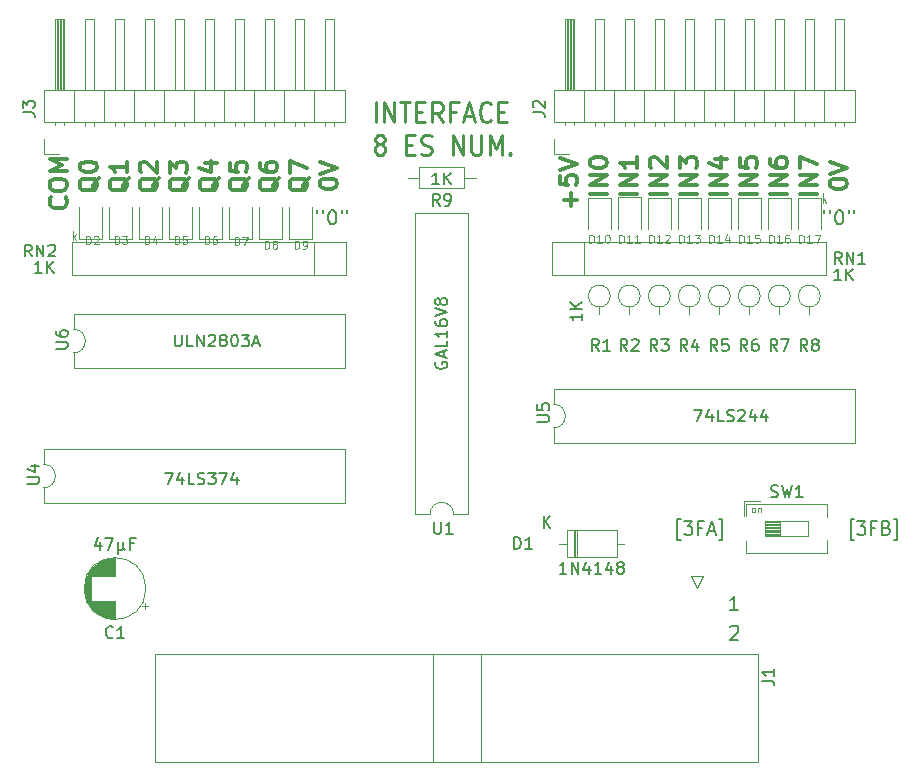
<source format=gto>
%TF.GenerationSoftware,KiCad,Pcbnew,(5.1.12)-1*%
%TF.CreationDate,2022-03-19T10:44:28+01:00*%
%TF.ProjectId,8ESN,3845534e-2e6b-4696-9361-645f70636258,1.0*%
%TF.SameCoordinates,PX6d01460PY60e4b00*%
%TF.FileFunction,Legend,Top*%
%TF.FilePolarity,Positive*%
%FSLAX46Y46*%
G04 Gerber Fmt 4.6, Leading zero omitted, Abs format (unit mm)*
G04 Created by KiCad (PCBNEW (5.1.12)-1) date 2022-03-19 10:44:28*
%MOMM*%
%LPD*%
G01*
G04 APERTURE LIST*
%ADD10C,0.300000*%
%ADD11C,0.100000*%
%ADD12C,0.200000*%
%ADD13C,0.250000*%
%ADD14C,0.150000*%
%ADD15C,0.120000*%
%ADD16C,0.090000*%
G04 APERTURE END LIST*
D10*
X7806428Y41767143D02*
X7735000Y41624286D01*
X7592142Y41481429D01*
X7377857Y41267143D01*
X7306428Y41124286D01*
X7306428Y40981429D01*
X7663571Y41052858D02*
X7592142Y40910000D01*
X7449285Y40767143D01*
X7163571Y40695715D01*
X6663571Y40695715D01*
X6377857Y40767143D01*
X6235000Y40910000D01*
X6163571Y41052858D01*
X6163571Y41338572D01*
X6235000Y41481429D01*
X6377857Y41624286D01*
X6663571Y41695715D01*
X7163571Y41695715D01*
X7449285Y41624286D01*
X7592142Y41481429D01*
X7663571Y41338572D01*
X7663571Y41052858D01*
X6163571Y42624286D02*
X6163571Y42767143D01*
X6235000Y42910000D01*
X6306428Y42981429D01*
X6449285Y43052858D01*
X6735000Y43124286D01*
X7092142Y43124286D01*
X7377857Y43052858D01*
X7520714Y42981429D01*
X7592142Y42910000D01*
X7663571Y42767143D01*
X7663571Y42624286D01*
X7592142Y42481429D01*
X7520714Y42410000D01*
X7377857Y42338572D01*
X7092142Y42267143D01*
X6735000Y42267143D01*
X6449285Y42338572D01*
X6306428Y42410000D01*
X6235000Y42481429D01*
X6163571Y42624286D01*
D11*
X69081666Y39643096D02*
X69081666Y40443096D01*
X69157857Y39947858D02*
X69386428Y39643096D01*
X69386428Y40176429D02*
X69081666Y39871667D01*
X5581666Y36468096D02*
X5581666Y37268096D01*
X5657857Y36772858D02*
X5886428Y36468096D01*
X5886428Y37001429D02*
X5581666Y36696667D01*
D12*
X69227857Y39011143D02*
X69227857Y38782572D01*
X69685000Y39011143D02*
X69685000Y38782572D01*
X70427857Y39011143D02*
X70542142Y39011143D01*
X70656428Y38954000D01*
X70713571Y38896858D01*
X70770714Y38782572D01*
X70827857Y38554000D01*
X70827857Y38268286D01*
X70770714Y38039715D01*
X70713571Y37925429D01*
X70656428Y37868286D01*
X70542142Y37811143D01*
X70427857Y37811143D01*
X70313571Y37868286D01*
X70256428Y37925429D01*
X70199285Y38039715D01*
X70142142Y38268286D01*
X70142142Y38554000D01*
X70199285Y38782572D01*
X70256428Y38896858D01*
X70313571Y38954000D01*
X70427857Y39011143D01*
X71285000Y39011143D02*
X71285000Y38782572D01*
X71742142Y39011143D02*
X71742142Y38782572D01*
X26301857Y39011143D02*
X26301857Y38782572D01*
X26759000Y39011143D02*
X26759000Y38782572D01*
X27501857Y39011143D02*
X27616142Y39011143D01*
X27730428Y38954000D01*
X27787571Y38896858D01*
X27844714Y38782572D01*
X27901857Y38554000D01*
X27901857Y38268286D01*
X27844714Y38039715D01*
X27787571Y37925429D01*
X27730428Y37868286D01*
X27616142Y37811143D01*
X27501857Y37811143D01*
X27387571Y37868286D01*
X27330428Y37925429D01*
X27273285Y38039715D01*
X27216142Y38268286D01*
X27216142Y38554000D01*
X27273285Y38782572D01*
X27330428Y38896858D01*
X27387571Y38954000D01*
X27501857Y39011143D01*
X28359000Y39011143D02*
X28359000Y38782572D01*
X28816142Y39011143D02*
X28816142Y38782572D01*
X57050190Y11122143D02*
X56788285Y11122143D01*
X56788285Y12836429D01*
X57050190Y12836429D01*
X57364476Y12722143D02*
X58045428Y12722143D01*
X57678761Y12265000D01*
X57835904Y12265000D01*
X57940666Y12207858D01*
X57993047Y12150715D01*
X58045428Y12036429D01*
X58045428Y11750715D01*
X57993047Y11636429D01*
X57940666Y11579286D01*
X57835904Y11522143D01*
X57521619Y11522143D01*
X57416857Y11579286D01*
X57364476Y11636429D01*
X58883523Y12150715D02*
X58516857Y12150715D01*
X58516857Y11522143D02*
X58516857Y12722143D01*
X59040666Y12722143D01*
X59407333Y11865000D02*
X59931142Y11865000D01*
X59302571Y11522143D02*
X59669238Y12722143D01*
X60035904Y11522143D01*
X60297809Y11122143D02*
X60559714Y11122143D01*
X60559714Y12836429D01*
X60297809Y12836429D01*
D10*
X47732142Y39346429D02*
X47732142Y40489286D01*
X48303571Y39917858D02*
X47160714Y39917858D01*
X46803571Y41917858D02*
X46803571Y41203572D01*
X47517857Y41132143D01*
X47446428Y41203572D01*
X47375000Y41346429D01*
X47375000Y41703572D01*
X47446428Y41846429D01*
X47517857Y41917858D01*
X47660714Y41989286D01*
X48017857Y41989286D01*
X48160714Y41917858D01*
X48232142Y41846429D01*
X48303571Y41703572D01*
X48303571Y41346429D01*
X48232142Y41203572D01*
X48160714Y41132143D01*
X46803571Y42417858D02*
X48303571Y42917858D01*
X46803571Y43417858D01*
X50843571Y40410000D02*
X49343571Y40410000D01*
X50843571Y41124286D02*
X49343571Y41124286D01*
X50843571Y41981429D01*
X49343571Y41981429D01*
X49343571Y42981429D02*
X49343571Y43124286D01*
X49415000Y43267143D01*
X49486428Y43338572D01*
X49629285Y43410000D01*
X49915000Y43481429D01*
X50272142Y43481429D01*
X50557857Y43410000D01*
X50700714Y43338572D01*
X50772142Y43267143D01*
X50843571Y43124286D01*
X50843571Y42981429D01*
X50772142Y42838572D01*
X50700714Y42767143D01*
X50557857Y42695715D01*
X50272142Y42624286D01*
X49915000Y42624286D01*
X49629285Y42695715D01*
X49486428Y42767143D01*
X49415000Y42838572D01*
X49343571Y42981429D01*
X53383571Y40410000D02*
X51883571Y40410000D01*
X53383571Y41124286D02*
X51883571Y41124286D01*
X53383571Y41981429D01*
X51883571Y41981429D01*
X53383571Y43481429D02*
X53383571Y42624286D01*
X53383571Y43052858D02*
X51883571Y43052858D01*
X52097857Y42910000D01*
X52240714Y42767143D01*
X52312142Y42624286D01*
X55923571Y40410000D02*
X54423571Y40410000D01*
X55923571Y41124286D02*
X54423571Y41124286D01*
X55923571Y41981429D01*
X54423571Y41981429D01*
X54566428Y42624286D02*
X54495000Y42695715D01*
X54423571Y42838572D01*
X54423571Y43195715D01*
X54495000Y43338572D01*
X54566428Y43410000D01*
X54709285Y43481429D01*
X54852142Y43481429D01*
X55066428Y43410000D01*
X55923571Y42552858D01*
X55923571Y43481429D01*
X58463571Y40410000D02*
X56963571Y40410000D01*
X58463571Y41124286D02*
X56963571Y41124286D01*
X58463571Y41981429D01*
X56963571Y41981429D01*
X56963571Y42552858D02*
X56963571Y43481429D01*
X57535000Y42981429D01*
X57535000Y43195715D01*
X57606428Y43338572D01*
X57677857Y43410000D01*
X57820714Y43481429D01*
X58177857Y43481429D01*
X58320714Y43410000D01*
X58392142Y43338572D01*
X58463571Y43195715D01*
X58463571Y42767143D01*
X58392142Y42624286D01*
X58320714Y42552858D01*
X61003571Y40410000D02*
X59503571Y40410000D01*
X61003571Y41124286D02*
X59503571Y41124286D01*
X61003571Y41981429D01*
X59503571Y41981429D01*
X60003571Y43338572D02*
X61003571Y43338572D01*
X59432142Y42981429D02*
X60503571Y42624286D01*
X60503571Y43552858D01*
X63543571Y40410000D02*
X62043571Y40410000D01*
X63543571Y41124286D02*
X62043571Y41124286D01*
X63543571Y41981429D01*
X62043571Y41981429D01*
X62043571Y43410000D02*
X62043571Y42695715D01*
X62757857Y42624286D01*
X62686428Y42695715D01*
X62615000Y42838572D01*
X62615000Y43195715D01*
X62686428Y43338572D01*
X62757857Y43410000D01*
X62900714Y43481429D01*
X63257857Y43481429D01*
X63400714Y43410000D01*
X63472142Y43338572D01*
X63543571Y43195715D01*
X63543571Y42838572D01*
X63472142Y42695715D01*
X63400714Y42624286D01*
X66083571Y40410000D02*
X64583571Y40410000D01*
X66083571Y41124286D02*
X64583571Y41124286D01*
X66083571Y41981429D01*
X64583571Y41981429D01*
X64583571Y43338572D02*
X64583571Y43052858D01*
X64655000Y42910000D01*
X64726428Y42838572D01*
X64940714Y42695715D01*
X65226428Y42624286D01*
X65797857Y42624286D01*
X65940714Y42695715D01*
X66012142Y42767143D01*
X66083571Y42910000D01*
X66083571Y43195715D01*
X66012142Y43338572D01*
X65940714Y43410000D01*
X65797857Y43481429D01*
X65440714Y43481429D01*
X65297857Y43410000D01*
X65226428Y43338572D01*
X65155000Y43195715D01*
X65155000Y42910000D01*
X65226428Y42767143D01*
X65297857Y42695715D01*
X65440714Y42624286D01*
X68623571Y40410000D02*
X67123571Y40410000D01*
X68623571Y41124286D02*
X67123571Y41124286D01*
X68623571Y41981429D01*
X67123571Y41981429D01*
X67123571Y42552858D02*
X67123571Y43552858D01*
X68623571Y42910000D01*
X69663571Y41195715D02*
X69663571Y41338572D01*
X69735000Y41481429D01*
X69806428Y41552858D01*
X69949285Y41624286D01*
X70235000Y41695715D01*
X70592142Y41695715D01*
X70877857Y41624286D01*
X71020714Y41552858D01*
X71092142Y41481429D01*
X71163571Y41338572D01*
X71163571Y41195715D01*
X71092142Y41052858D01*
X71020714Y40981429D01*
X70877857Y40910000D01*
X70592142Y40838572D01*
X70235000Y40838572D01*
X69949285Y40910000D01*
X69806428Y40981429D01*
X69735000Y41052858D01*
X69663571Y41195715D01*
X69663571Y42124286D02*
X71163571Y42624286D01*
X69663571Y43124286D01*
X4980714Y40096429D02*
X5052142Y40025000D01*
X5123571Y39810715D01*
X5123571Y39667858D01*
X5052142Y39453572D01*
X4909285Y39310715D01*
X4766428Y39239286D01*
X4480714Y39167858D01*
X4266428Y39167858D01*
X3980714Y39239286D01*
X3837857Y39310715D01*
X3695000Y39453572D01*
X3623571Y39667858D01*
X3623571Y39810715D01*
X3695000Y40025000D01*
X3766428Y40096429D01*
X3623571Y41025000D02*
X3623571Y41310715D01*
X3695000Y41453572D01*
X3837857Y41596429D01*
X4123571Y41667858D01*
X4623571Y41667858D01*
X4909285Y41596429D01*
X5052142Y41453572D01*
X5123571Y41310715D01*
X5123571Y41025000D01*
X5052142Y40882143D01*
X4909285Y40739286D01*
X4623571Y40667858D01*
X4123571Y40667858D01*
X3837857Y40739286D01*
X3695000Y40882143D01*
X3623571Y41025000D01*
X5123571Y42310715D02*
X3623571Y42310715D01*
X4695000Y42810715D01*
X3623571Y43310715D01*
X5123571Y43310715D01*
X26483571Y41195715D02*
X26483571Y41338572D01*
X26555000Y41481429D01*
X26626428Y41552858D01*
X26769285Y41624286D01*
X27055000Y41695715D01*
X27412142Y41695715D01*
X27697857Y41624286D01*
X27840714Y41552858D01*
X27912142Y41481429D01*
X27983571Y41338572D01*
X27983571Y41195715D01*
X27912142Y41052858D01*
X27840714Y40981429D01*
X27697857Y40910000D01*
X27412142Y40838572D01*
X27055000Y40838572D01*
X26769285Y40910000D01*
X26626428Y40981429D01*
X26555000Y41052858D01*
X26483571Y41195715D01*
X26483571Y42124286D02*
X27983571Y42624286D01*
X26483571Y43124286D01*
X25586428Y41767143D02*
X25515000Y41624286D01*
X25372142Y41481429D01*
X25157857Y41267143D01*
X25086428Y41124286D01*
X25086428Y40981429D01*
X25443571Y41052858D02*
X25372142Y40910000D01*
X25229285Y40767143D01*
X24943571Y40695715D01*
X24443571Y40695715D01*
X24157857Y40767143D01*
X24015000Y40910000D01*
X23943571Y41052858D01*
X23943571Y41338572D01*
X24015000Y41481429D01*
X24157857Y41624286D01*
X24443571Y41695715D01*
X24943571Y41695715D01*
X25229285Y41624286D01*
X25372142Y41481429D01*
X25443571Y41338572D01*
X25443571Y41052858D01*
X23943571Y42195715D02*
X23943571Y43195715D01*
X25443571Y42552858D01*
X23046428Y41767143D02*
X22975000Y41624286D01*
X22832142Y41481429D01*
X22617857Y41267143D01*
X22546428Y41124286D01*
X22546428Y40981429D01*
X22903571Y41052858D02*
X22832142Y40910000D01*
X22689285Y40767143D01*
X22403571Y40695715D01*
X21903571Y40695715D01*
X21617857Y40767143D01*
X21475000Y40910000D01*
X21403571Y41052858D01*
X21403571Y41338572D01*
X21475000Y41481429D01*
X21617857Y41624286D01*
X21903571Y41695715D01*
X22403571Y41695715D01*
X22689285Y41624286D01*
X22832142Y41481429D01*
X22903571Y41338572D01*
X22903571Y41052858D01*
X21403571Y42981429D02*
X21403571Y42695715D01*
X21475000Y42552858D01*
X21546428Y42481429D01*
X21760714Y42338572D01*
X22046428Y42267143D01*
X22617857Y42267143D01*
X22760714Y42338572D01*
X22832142Y42410000D01*
X22903571Y42552858D01*
X22903571Y42838572D01*
X22832142Y42981429D01*
X22760714Y43052858D01*
X22617857Y43124286D01*
X22260714Y43124286D01*
X22117857Y43052858D01*
X22046428Y42981429D01*
X21975000Y42838572D01*
X21975000Y42552858D01*
X22046428Y42410000D01*
X22117857Y42338572D01*
X22260714Y42267143D01*
X20506428Y41767143D02*
X20435000Y41624286D01*
X20292142Y41481429D01*
X20077857Y41267143D01*
X20006428Y41124286D01*
X20006428Y40981429D01*
X20363571Y41052858D02*
X20292142Y40910000D01*
X20149285Y40767143D01*
X19863571Y40695715D01*
X19363571Y40695715D01*
X19077857Y40767143D01*
X18935000Y40910000D01*
X18863571Y41052858D01*
X18863571Y41338572D01*
X18935000Y41481429D01*
X19077857Y41624286D01*
X19363571Y41695715D01*
X19863571Y41695715D01*
X20149285Y41624286D01*
X20292142Y41481429D01*
X20363571Y41338572D01*
X20363571Y41052858D01*
X18863571Y43052858D02*
X18863571Y42338572D01*
X19577857Y42267143D01*
X19506428Y42338572D01*
X19435000Y42481429D01*
X19435000Y42838572D01*
X19506428Y42981429D01*
X19577857Y43052858D01*
X19720714Y43124286D01*
X20077857Y43124286D01*
X20220714Y43052858D01*
X20292142Y42981429D01*
X20363571Y42838572D01*
X20363571Y42481429D01*
X20292142Y42338572D01*
X20220714Y42267143D01*
X17966428Y41767143D02*
X17895000Y41624286D01*
X17752142Y41481429D01*
X17537857Y41267143D01*
X17466428Y41124286D01*
X17466428Y40981429D01*
X17823571Y41052858D02*
X17752142Y40910000D01*
X17609285Y40767143D01*
X17323571Y40695715D01*
X16823571Y40695715D01*
X16537857Y40767143D01*
X16395000Y40910000D01*
X16323571Y41052858D01*
X16323571Y41338572D01*
X16395000Y41481429D01*
X16537857Y41624286D01*
X16823571Y41695715D01*
X17323571Y41695715D01*
X17609285Y41624286D01*
X17752142Y41481429D01*
X17823571Y41338572D01*
X17823571Y41052858D01*
X16823571Y42981429D02*
X17823571Y42981429D01*
X16252142Y42624286D02*
X17323571Y42267143D01*
X17323571Y43195715D01*
X15426428Y41767143D02*
X15355000Y41624286D01*
X15212142Y41481429D01*
X14997857Y41267143D01*
X14926428Y41124286D01*
X14926428Y40981429D01*
X15283571Y41052858D02*
X15212142Y40910000D01*
X15069285Y40767143D01*
X14783571Y40695715D01*
X14283571Y40695715D01*
X13997857Y40767143D01*
X13855000Y40910000D01*
X13783571Y41052858D01*
X13783571Y41338572D01*
X13855000Y41481429D01*
X13997857Y41624286D01*
X14283571Y41695715D01*
X14783571Y41695715D01*
X15069285Y41624286D01*
X15212142Y41481429D01*
X15283571Y41338572D01*
X15283571Y41052858D01*
X13783571Y42195715D02*
X13783571Y43124286D01*
X14355000Y42624286D01*
X14355000Y42838572D01*
X14426428Y42981429D01*
X14497857Y43052858D01*
X14640714Y43124286D01*
X14997857Y43124286D01*
X15140714Y43052858D01*
X15212142Y42981429D01*
X15283571Y42838572D01*
X15283571Y42410000D01*
X15212142Y42267143D01*
X15140714Y42195715D01*
X12886428Y41767143D02*
X12815000Y41624286D01*
X12672142Y41481429D01*
X12457857Y41267143D01*
X12386428Y41124286D01*
X12386428Y40981429D01*
X12743571Y41052858D02*
X12672142Y40910000D01*
X12529285Y40767143D01*
X12243571Y40695715D01*
X11743571Y40695715D01*
X11457857Y40767143D01*
X11315000Y40910000D01*
X11243571Y41052858D01*
X11243571Y41338572D01*
X11315000Y41481429D01*
X11457857Y41624286D01*
X11743571Y41695715D01*
X12243571Y41695715D01*
X12529285Y41624286D01*
X12672142Y41481429D01*
X12743571Y41338572D01*
X12743571Y41052858D01*
X11386428Y42267143D02*
X11315000Y42338572D01*
X11243571Y42481429D01*
X11243571Y42838572D01*
X11315000Y42981429D01*
X11386428Y43052858D01*
X11529285Y43124286D01*
X11672142Y43124286D01*
X11886428Y43052858D01*
X12743571Y42195715D01*
X12743571Y43124286D01*
X10346428Y41767143D02*
X10275000Y41624286D01*
X10132142Y41481429D01*
X9917857Y41267143D01*
X9846428Y41124286D01*
X9846428Y40981429D01*
X10203571Y41052858D02*
X10132142Y40910000D01*
X9989285Y40767143D01*
X9703571Y40695715D01*
X9203571Y40695715D01*
X8917857Y40767143D01*
X8775000Y40910000D01*
X8703571Y41052858D01*
X8703571Y41338572D01*
X8775000Y41481429D01*
X8917857Y41624286D01*
X9203571Y41695715D01*
X9703571Y41695715D01*
X9989285Y41624286D01*
X10132142Y41481429D01*
X10203571Y41338572D01*
X10203571Y41052858D01*
X10203571Y43124286D02*
X10203571Y42267143D01*
X10203571Y42695715D02*
X8703571Y42695715D01*
X8917857Y42552858D01*
X9060714Y42410000D01*
X9132142Y42267143D01*
D13*
X31253642Y46477953D02*
X31253642Y48177953D01*
X31967928Y46477953D02*
X31967928Y48177953D01*
X32825071Y46477953D01*
X32825071Y48177953D01*
X33325071Y48177953D02*
X34182214Y48177953D01*
X33753642Y46477953D02*
X33753642Y48177953D01*
X34682214Y47368429D02*
X35182214Y47368429D01*
X35396500Y46477953D02*
X34682214Y46477953D01*
X34682214Y48177953D01*
X35396500Y48177953D01*
X36896500Y46477953D02*
X36396500Y47287477D01*
X36039357Y46477953D02*
X36039357Y48177953D01*
X36610785Y48177953D01*
X36753642Y48097000D01*
X36825071Y48016048D01*
X36896500Y47854143D01*
X36896500Y47611286D01*
X36825071Y47449381D01*
X36753642Y47368429D01*
X36610785Y47287477D01*
X36039357Y47287477D01*
X38039357Y47368429D02*
X37539357Y47368429D01*
X37539357Y46477953D02*
X37539357Y48177953D01*
X38253642Y48177953D01*
X38753642Y46963667D02*
X39467928Y46963667D01*
X38610785Y46477953D02*
X39110785Y48177953D01*
X39610785Y46477953D01*
X40967928Y46639858D02*
X40896500Y46558905D01*
X40682214Y46477953D01*
X40539357Y46477953D01*
X40325071Y46558905D01*
X40182214Y46720810D01*
X40110785Y46882715D01*
X40039357Y47206524D01*
X40039357Y47449381D01*
X40110785Y47773191D01*
X40182214Y47935096D01*
X40325071Y48097000D01*
X40539357Y48177953D01*
X40682214Y48177953D01*
X40896500Y48097000D01*
X40967928Y48016048D01*
X41610785Y47368429D02*
X42110785Y47368429D01*
X42325071Y46477953D02*
X41610785Y46477953D01*
X41610785Y48177953D01*
X42325071Y48177953D01*
X31467928Y44649381D02*
X31325071Y44730334D01*
X31253642Y44811286D01*
X31182214Y44973191D01*
X31182214Y45054143D01*
X31253642Y45216048D01*
X31325071Y45297000D01*
X31467928Y45377953D01*
X31753642Y45377953D01*
X31896500Y45297000D01*
X31967928Y45216048D01*
X32039357Y45054143D01*
X32039357Y44973191D01*
X31967928Y44811286D01*
X31896500Y44730334D01*
X31753642Y44649381D01*
X31467928Y44649381D01*
X31325071Y44568429D01*
X31253642Y44487477D01*
X31182214Y44325572D01*
X31182214Y44001762D01*
X31253642Y43839858D01*
X31325071Y43758905D01*
X31467928Y43677953D01*
X31753642Y43677953D01*
X31896500Y43758905D01*
X31967928Y43839858D01*
X32039357Y44001762D01*
X32039357Y44325572D01*
X31967928Y44487477D01*
X31896500Y44568429D01*
X31753642Y44649381D01*
X33825071Y44568429D02*
X34325071Y44568429D01*
X34539357Y43677953D02*
X33825071Y43677953D01*
X33825071Y45377953D01*
X34539357Y45377953D01*
X35110785Y43758905D02*
X35325071Y43677953D01*
X35682214Y43677953D01*
X35825071Y43758905D01*
X35896500Y43839858D01*
X35967928Y44001762D01*
X35967928Y44163667D01*
X35896500Y44325572D01*
X35825071Y44406524D01*
X35682214Y44487477D01*
X35396500Y44568429D01*
X35253642Y44649381D01*
X35182214Y44730334D01*
X35110785Y44892239D01*
X35110785Y45054143D01*
X35182214Y45216048D01*
X35253642Y45297000D01*
X35396500Y45377953D01*
X35753642Y45377953D01*
X35967928Y45297000D01*
X37753642Y43677953D02*
X37753642Y45377953D01*
X38610785Y43677953D01*
X38610785Y45377953D01*
X39325071Y45377953D02*
X39325071Y44001762D01*
X39396500Y43839858D01*
X39467928Y43758905D01*
X39610785Y43677953D01*
X39896500Y43677953D01*
X40039357Y43758905D01*
X40110785Y43839858D01*
X40182214Y44001762D01*
X40182214Y45377953D01*
X40896500Y43677953D02*
X40896500Y45377953D01*
X41396500Y44163667D01*
X41896500Y45377953D01*
X41896500Y43677953D01*
X42610785Y43839858D02*
X42682214Y43758905D01*
X42610785Y43677953D01*
X42539357Y43758905D01*
X42610785Y43839858D01*
X42610785Y43677953D01*
D14*
X61252142Y3717858D02*
X61309285Y3775000D01*
X61423571Y3832143D01*
X61709285Y3832143D01*
X61823571Y3775000D01*
X61880714Y3717858D01*
X61937857Y3603572D01*
X61937857Y3489286D01*
X61880714Y3317858D01*
X61195000Y2632143D01*
X61937857Y2632143D01*
X61937857Y5172143D02*
X61252142Y5172143D01*
X61595000Y5172143D02*
X61595000Y6372143D01*
X61480714Y6200715D01*
X61366428Y6086429D01*
X61252142Y6029286D01*
D12*
X71703619Y11122143D02*
X71441714Y11122143D01*
X71441714Y12836429D01*
X71703619Y12836429D01*
X72017904Y12722143D02*
X72698857Y12722143D01*
X72332190Y12265000D01*
X72489333Y12265000D01*
X72594095Y12207858D01*
X72646476Y12150715D01*
X72698857Y12036429D01*
X72698857Y11750715D01*
X72646476Y11636429D01*
X72594095Y11579286D01*
X72489333Y11522143D01*
X72175047Y11522143D01*
X72070285Y11579286D01*
X72017904Y11636429D01*
X73536952Y12150715D02*
X73170285Y12150715D01*
X73170285Y11522143D02*
X73170285Y12722143D01*
X73694095Y12722143D01*
X74479809Y12150715D02*
X74636952Y12093572D01*
X74689333Y12036429D01*
X74741714Y11922143D01*
X74741714Y11750715D01*
X74689333Y11636429D01*
X74636952Y11579286D01*
X74532190Y11522143D01*
X74113142Y11522143D01*
X74113142Y12722143D01*
X74479809Y12722143D01*
X74584571Y12665000D01*
X74636952Y12607858D01*
X74689333Y12493572D01*
X74689333Y12379286D01*
X74636952Y12265000D01*
X74584571Y12207858D01*
X74479809Y12150715D01*
X74113142Y12150715D01*
X75108380Y11122143D02*
X75370285Y11122143D01*
X75370285Y12836429D01*
X75108380Y12836429D01*
D15*
%TO.C,J1*%
X40150000Y1445000D02*
X40150000Y-7675000D01*
X36050000Y1445000D02*
X36050000Y-7675000D01*
X63630000Y1445000D02*
X63630000Y-7675000D01*
X63630000Y-7675000D02*
X12570000Y-7675000D01*
X12570000Y-7675000D02*
X12570000Y1445000D01*
X12570000Y1445000D02*
X63630000Y1445000D01*
X58420000Y7065000D02*
X58920000Y8065000D01*
X58920000Y8065000D02*
X57920000Y8065000D01*
X57920000Y8065000D02*
X58420000Y7065000D01*
%TO.C,RN2*%
X28745000Y33525000D02*
X28745000Y36325000D01*
X28745000Y36325000D02*
X5545000Y36325000D01*
X5545000Y36325000D02*
X5545000Y33525000D01*
X5545000Y33525000D02*
X28745000Y33525000D01*
X26035000Y33525000D02*
X26035000Y36325000D01*
%TO.C,R9*%
X33960000Y41783000D02*
X34910000Y41783000D01*
X39700000Y41783000D02*
X38750000Y41783000D01*
X34910000Y40863000D02*
X38750000Y40863000D01*
X34910000Y42703000D02*
X34910000Y40863000D01*
X38750000Y42703000D02*
X34910000Y42703000D01*
X38750000Y40863000D02*
X38750000Y42703000D01*
%TO.C,SW1*%
X65436667Y12700000D02*
X65436667Y11430000D01*
X64230000Y11500000D02*
X65436667Y11500000D01*
X64230000Y11620000D02*
X65436667Y11620000D01*
X64230000Y11740000D02*
X65436667Y11740000D01*
X64230000Y11860000D02*
X65436667Y11860000D01*
X64230000Y11980000D02*
X65436667Y11980000D01*
X64230000Y12100000D02*
X65436667Y12100000D01*
X64230000Y12220000D02*
X65436667Y12220000D01*
X64230000Y12340000D02*
X65436667Y12340000D01*
X64230000Y12460000D02*
X65436667Y12460000D01*
X64230000Y12580000D02*
X65436667Y12580000D01*
X67850000Y12700000D02*
X64230000Y12700000D01*
X67850000Y11430000D02*
X67850000Y12700000D01*
X64230000Y11430000D02*
X67850000Y11430000D01*
X64230000Y12700000D02*
X64230000Y11430000D01*
X62390000Y14415000D02*
X62390000Y13105000D01*
X62390000Y14415000D02*
X63773000Y14415000D01*
X69451000Y11075000D02*
X69451000Y9955000D01*
X69451000Y14175000D02*
X69451000Y13055000D01*
X62630000Y11025000D02*
X62630000Y9955000D01*
X62630000Y14175000D02*
X62630000Y13105000D01*
X62630000Y9955000D02*
X69451000Y9955000D01*
X62630000Y14175000D02*
X69451000Y14175000D01*
%TO.C,J2*%
X46355000Y43815000D02*
X46355000Y45085000D01*
X47625000Y43815000D02*
X46355000Y43815000D01*
X70865000Y46127929D02*
X70865000Y46525000D01*
X70105000Y46127929D02*
X70105000Y46525000D01*
X70865000Y55185000D02*
X70865000Y49185000D01*
X70105000Y55185000D02*
X70865000Y55185000D01*
X70105000Y49185000D02*
X70105000Y55185000D01*
X69215000Y46525000D02*
X69215000Y49185000D01*
X68325000Y46127929D02*
X68325000Y46525000D01*
X67565000Y46127929D02*
X67565000Y46525000D01*
X68325000Y55185000D02*
X68325000Y49185000D01*
X67565000Y55185000D02*
X68325000Y55185000D01*
X67565000Y49185000D02*
X67565000Y55185000D01*
X66675000Y46525000D02*
X66675000Y49185000D01*
X65785000Y46127929D02*
X65785000Y46525000D01*
X65025000Y46127929D02*
X65025000Y46525000D01*
X65785000Y55185000D02*
X65785000Y49185000D01*
X65025000Y55185000D02*
X65785000Y55185000D01*
X65025000Y49185000D02*
X65025000Y55185000D01*
X64135000Y46525000D02*
X64135000Y49185000D01*
X63245000Y46127929D02*
X63245000Y46525000D01*
X62485000Y46127929D02*
X62485000Y46525000D01*
X63245000Y55185000D02*
X63245000Y49185000D01*
X62485000Y55185000D02*
X63245000Y55185000D01*
X62485000Y49185000D02*
X62485000Y55185000D01*
X61595000Y46525000D02*
X61595000Y49185000D01*
X60705000Y46127929D02*
X60705000Y46525000D01*
X59945000Y46127929D02*
X59945000Y46525000D01*
X60705000Y55185000D02*
X60705000Y49185000D01*
X59945000Y55185000D02*
X60705000Y55185000D01*
X59945000Y49185000D02*
X59945000Y55185000D01*
X59055000Y46525000D02*
X59055000Y49185000D01*
X58165000Y46127929D02*
X58165000Y46525000D01*
X57405000Y46127929D02*
X57405000Y46525000D01*
X58165000Y55185000D02*
X58165000Y49185000D01*
X57405000Y55185000D02*
X58165000Y55185000D01*
X57405000Y49185000D02*
X57405000Y55185000D01*
X56515000Y46525000D02*
X56515000Y49185000D01*
X55625000Y46127929D02*
X55625000Y46525000D01*
X54865000Y46127929D02*
X54865000Y46525000D01*
X55625000Y55185000D02*
X55625000Y49185000D01*
X54865000Y55185000D02*
X55625000Y55185000D01*
X54865000Y49185000D02*
X54865000Y55185000D01*
X53975000Y46525000D02*
X53975000Y49185000D01*
X53085000Y46127929D02*
X53085000Y46525000D01*
X52325000Y46127929D02*
X52325000Y46525000D01*
X53085000Y55185000D02*
X53085000Y49185000D01*
X52325000Y55185000D02*
X53085000Y55185000D01*
X52325000Y49185000D02*
X52325000Y55185000D01*
X51435000Y46525000D02*
X51435000Y49185000D01*
X50545000Y46127929D02*
X50545000Y46525000D01*
X49785000Y46127929D02*
X49785000Y46525000D01*
X50545000Y55185000D02*
X50545000Y49185000D01*
X49785000Y55185000D02*
X50545000Y55185000D01*
X49785000Y49185000D02*
X49785000Y55185000D01*
X48895000Y46525000D02*
X48895000Y49185000D01*
X48005000Y46195000D02*
X48005000Y46525000D01*
X47245000Y46195000D02*
X47245000Y46525000D01*
X47905000Y49185000D02*
X47905000Y55185000D01*
X47785000Y49185000D02*
X47785000Y55185000D01*
X47665000Y49185000D02*
X47665000Y55185000D01*
X47545000Y49185000D02*
X47545000Y55185000D01*
X47425000Y49185000D02*
X47425000Y55185000D01*
X47305000Y49185000D02*
X47305000Y55185000D01*
X48005000Y55185000D02*
X48005000Y49185000D01*
X47245000Y55185000D02*
X48005000Y55185000D01*
X47245000Y49185000D02*
X47245000Y55185000D01*
X46295000Y49185000D02*
X46295000Y46525000D01*
X71815000Y49185000D02*
X46295000Y49185000D01*
X71815000Y46525000D02*
X71815000Y49185000D01*
X46295000Y46525000D02*
X71815000Y46525000D01*
%TO.C,J3*%
X3175000Y43815000D02*
X3175000Y45085000D01*
X4445000Y43815000D02*
X3175000Y43815000D01*
X27685000Y46127929D02*
X27685000Y46525000D01*
X26925000Y46127929D02*
X26925000Y46525000D01*
X27685000Y55185000D02*
X27685000Y49185000D01*
X26925000Y55185000D02*
X27685000Y55185000D01*
X26925000Y49185000D02*
X26925000Y55185000D01*
X26035000Y46525000D02*
X26035000Y49185000D01*
X25145000Y46127929D02*
X25145000Y46525000D01*
X24385000Y46127929D02*
X24385000Y46525000D01*
X25145000Y55185000D02*
X25145000Y49185000D01*
X24385000Y55185000D02*
X25145000Y55185000D01*
X24385000Y49185000D02*
X24385000Y55185000D01*
X23495000Y46525000D02*
X23495000Y49185000D01*
X22605000Y46127929D02*
X22605000Y46525000D01*
X21845000Y46127929D02*
X21845000Y46525000D01*
X22605000Y55185000D02*
X22605000Y49185000D01*
X21845000Y55185000D02*
X22605000Y55185000D01*
X21845000Y49185000D02*
X21845000Y55185000D01*
X20955000Y46525000D02*
X20955000Y49185000D01*
X20065000Y46127929D02*
X20065000Y46525000D01*
X19305000Y46127929D02*
X19305000Y46525000D01*
X20065000Y55185000D02*
X20065000Y49185000D01*
X19305000Y55185000D02*
X20065000Y55185000D01*
X19305000Y49185000D02*
X19305000Y55185000D01*
X18415000Y46525000D02*
X18415000Y49185000D01*
X17525000Y46127929D02*
X17525000Y46525000D01*
X16765000Y46127929D02*
X16765000Y46525000D01*
X17525000Y55185000D02*
X17525000Y49185000D01*
X16765000Y55185000D02*
X17525000Y55185000D01*
X16765000Y49185000D02*
X16765000Y55185000D01*
X15875000Y46525000D02*
X15875000Y49185000D01*
X14985000Y46127929D02*
X14985000Y46525000D01*
X14225000Y46127929D02*
X14225000Y46525000D01*
X14985000Y55185000D02*
X14985000Y49185000D01*
X14225000Y55185000D02*
X14985000Y55185000D01*
X14225000Y49185000D02*
X14225000Y55185000D01*
X13335000Y46525000D02*
X13335000Y49185000D01*
X12445000Y46127929D02*
X12445000Y46525000D01*
X11685000Y46127929D02*
X11685000Y46525000D01*
X12445000Y55185000D02*
X12445000Y49185000D01*
X11685000Y55185000D02*
X12445000Y55185000D01*
X11685000Y49185000D02*
X11685000Y55185000D01*
X10795000Y46525000D02*
X10795000Y49185000D01*
X9905000Y46127929D02*
X9905000Y46525000D01*
X9145000Y46127929D02*
X9145000Y46525000D01*
X9905000Y55185000D02*
X9905000Y49185000D01*
X9145000Y55185000D02*
X9905000Y55185000D01*
X9145000Y49185000D02*
X9145000Y55185000D01*
X8255000Y46525000D02*
X8255000Y49185000D01*
X7365000Y46127929D02*
X7365000Y46525000D01*
X6605000Y46127929D02*
X6605000Y46525000D01*
X7365000Y55185000D02*
X7365000Y49185000D01*
X6605000Y55185000D02*
X7365000Y55185000D01*
X6605000Y49185000D02*
X6605000Y55185000D01*
X5715000Y46525000D02*
X5715000Y49185000D01*
X4825000Y46195000D02*
X4825000Y46525000D01*
X4065000Y46195000D02*
X4065000Y46525000D01*
X4725000Y49185000D02*
X4725000Y55185000D01*
X4605000Y49185000D02*
X4605000Y55185000D01*
X4485000Y49185000D02*
X4485000Y55185000D01*
X4365000Y49185000D02*
X4365000Y55185000D01*
X4245000Y49185000D02*
X4245000Y55185000D01*
X4125000Y49185000D02*
X4125000Y55185000D01*
X4825000Y55185000D02*
X4825000Y49185000D01*
X4065000Y55185000D02*
X4825000Y55185000D01*
X4065000Y49185000D02*
X4065000Y55185000D01*
X3115000Y49185000D02*
X3115000Y46525000D01*
X28635000Y49185000D02*
X3115000Y49185000D01*
X28635000Y46525000D02*
X28635000Y49185000D01*
X3115000Y46525000D02*
X28635000Y46525000D01*
%TO.C,U1*%
X34580000Y13275000D02*
X35830000Y13275000D01*
X34580000Y38795000D02*
X34580000Y13275000D01*
X39080000Y38795000D02*
X34580000Y38795000D01*
X39080000Y13275000D02*
X39080000Y38795000D01*
X37830000Y13275000D02*
X39080000Y13275000D01*
X35830000Y13275000D02*
G75*
G02*
X37830000Y13275000I1000000J0D01*
G01*
%TO.C,R8*%
X67945000Y30830000D02*
X67945000Y30210000D01*
X68865000Y31750000D02*
G75*
G03*
X68865000Y31750000I-920000J0D01*
G01*
%TO.C,R7*%
X65405000Y30830000D02*
X65405000Y30210000D01*
X66325000Y31750000D02*
G75*
G03*
X66325000Y31750000I-920000J0D01*
G01*
%TO.C,R6*%
X62865000Y30830000D02*
X62865000Y30210000D01*
X63785000Y31750000D02*
G75*
G03*
X63785000Y31750000I-920000J0D01*
G01*
%TO.C,R5*%
X60325000Y30830000D02*
X60325000Y30210000D01*
X61245000Y31750000D02*
G75*
G03*
X61245000Y31750000I-920000J0D01*
G01*
%TO.C,R4*%
X57785000Y30830000D02*
X57785000Y30210000D01*
X58705000Y31750000D02*
G75*
G03*
X58705000Y31750000I-920000J0D01*
G01*
%TO.C,R3*%
X55245000Y30830000D02*
X55245000Y30210000D01*
X56165000Y31750000D02*
G75*
G03*
X56165000Y31750000I-920000J0D01*
G01*
%TO.C,R2*%
X52705000Y30830000D02*
X52705000Y30210000D01*
X53625000Y31750000D02*
G75*
G03*
X53625000Y31750000I-920000J0D01*
G01*
%TO.C,R1*%
X50165000Y30830000D02*
X50165000Y30210000D01*
X51085000Y31750000D02*
G75*
G03*
X51085000Y31750000I-920000J0D01*
G01*
%TO.C,D17*%
X66985000Y40087500D02*
X66985000Y37402500D01*
X68905000Y40087500D02*
X66985000Y40087500D01*
X68905000Y37402500D02*
X68905000Y40087500D01*
%TO.C,D16*%
X64445000Y40087500D02*
X64445000Y37402500D01*
X66365000Y40087500D02*
X64445000Y40087500D01*
X66365000Y37402500D02*
X66365000Y40087500D01*
%TO.C,D15*%
X61905000Y40087500D02*
X61905000Y37402500D01*
X63825000Y40087500D02*
X61905000Y40087500D01*
X63825000Y37402500D02*
X63825000Y40087500D01*
%TO.C,D14*%
X59365000Y40087500D02*
X59365000Y37402500D01*
X61285000Y40087500D02*
X59365000Y40087500D01*
X61285000Y37402500D02*
X61285000Y40087500D01*
%TO.C,D13*%
X56825000Y40087500D02*
X56825000Y37402500D01*
X58745000Y40087500D02*
X56825000Y40087500D01*
X58745000Y37402500D02*
X58745000Y40087500D01*
%TO.C,D12*%
X54285000Y40087500D02*
X54285000Y37402500D01*
X56205000Y40087500D02*
X54285000Y40087500D01*
X56205000Y37402500D02*
X56205000Y40087500D01*
%TO.C,D11*%
X51745000Y40117500D02*
X51745000Y37432500D01*
X53665000Y40117500D02*
X51745000Y40117500D01*
X53665000Y37432500D02*
X53665000Y40117500D01*
%TO.C,D10*%
X49205000Y40087500D02*
X49205000Y37402500D01*
X51125000Y40087500D02*
X49205000Y40087500D01*
X51125000Y37402500D02*
X51125000Y40087500D01*
%TO.C,D9*%
X25852000Y36590500D02*
X25852000Y39275500D01*
X23932000Y36590500D02*
X25852000Y36590500D01*
X23932000Y39275500D02*
X23932000Y36590500D01*
%TO.C,D8*%
X23312000Y36590500D02*
X23312000Y39275500D01*
X21392000Y36590500D02*
X23312000Y36590500D01*
X21392000Y39275500D02*
X21392000Y36590500D01*
%TO.C,D7*%
X20772000Y36592800D02*
X20772000Y39277800D01*
X18852000Y36592800D02*
X20772000Y36592800D01*
X18852000Y39277800D02*
X18852000Y36592800D01*
%TO.C,D6*%
X18232000Y36590500D02*
X18232000Y39275500D01*
X16312000Y36590500D02*
X18232000Y36590500D01*
X16312000Y39275500D02*
X16312000Y36590500D01*
%TO.C,D5*%
X15692000Y36590500D02*
X15692000Y39275500D01*
X13772000Y36590500D02*
X15692000Y36590500D01*
X13772000Y39275500D02*
X13772000Y36590500D01*
%TO.C,D4*%
X13152000Y36620500D02*
X13152000Y39305500D01*
X11232000Y36620500D02*
X13152000Y36620500D01*
X11232000Y39305500D02*
X11232000Y36620500D01*
%TO.C,D3*%
X10612000Y36620500D02*
X10612000Y39305500D01*
X8692000Y36620500D02*
X10612000Y36620500D01*
X8692000Y39305500D02*
X8692000Y36620500D01*
%TO.C,D2*%
X8072000Y36620500D02*
X8072000Y39305500D01*
X6152000Y36620500D02*
X8072000Y36620500D01*
X6152000Y39305500D02*
X6152000Y36620500D01*
%TO.C,U6*%
X5655000Y30190000D02*
X5655000Y28940000D01*
X28635000Y30190000D02*
X5655000Y30190000D01*
X28635000Y25690000D02*
X28635000Y30190000D01*
X5655000Y25690000D02*
X28635000Y25690000D01*
X5655000Y26940000D02*
X5655000Y25690000D01*
X5655000Y28940000D02*
G75*
G02*
X5655000Y26940000I0J-1000000D01*
G01*
%TO.C,U5*%
X46295000Y23840000D02*
X46295000Y22590000D01*
X71815000Y23840000D02*
X46295000Y23840000D01*
X71815000Y19340000D02*
X71815000Y23840000D01*
X46295000Y19340000D02*
X71815000Y19340000D01*
X46295000Y20590000D02*
X46295000Y19340000D01*
X46295000Y22590000D02*
G75*
G02*
X46295000Y20590000I0J-1000000D01*
G01*
%TO.C,U4*%
X3115000Y18760000D02*
X3115000Y17510000D01*
X28635000Y18760000D02*
X3115000Y18760000D01*
X28635000Y14260000D02*
X28635000Y18760000D01*
X3115000Y14260000D02*
X28635000Y14260000D01*
X3115000Y15510000D02*
X3115000Y14260000D01*
X3115000Y17510000D02*
G75*
G02*
X3115000Y15510000I0J-1000000D01*
G01*
%TO.C,RN1*%
X48895000Y36325000D02*
X48895000Y33525000D01*
X69385000Y36325000D02*
X46185000Y36325000D01*
X69385000Y33525000D02*
X69385000Y36325000D01*
X46185000Y33525000D02*
X69385000Y33525000D01*
X46185000Y36325000D02*
X46185000Y33525000D01*
%TO.C,D1*%
X47410000Y11915000D02*
X47410000Y9675000D01*
X47410000Y9675000D02*
X51650000Y9675000D01*
X51650000Y9675000D02*
X51650000Y11915000D01*
X51650000Y11915000D02*
X47410000Y11915000D01*
X46760000Y10795000D02*
X47410000Y10795000D01*
X52300000Y10795000D02*
X51650000Y10795000D01*
X48130000Y11915000D02*
X48130000Y9675000D01*
X48250000Y11915000D02*
X48250000Y9675000D01*
X48010000Y11915000D02*
X48010000Y9675000D01*
%TO.C,C1*%
X11714775Y5260000D02*
X11714775Y5760000D01*
X11964775Y5510000D02*
X11464775Y5510000D01*
X6559000Y6701000D02*
X6559000Y7269000D01*
X6599000Y6467000D02*
X6599000Y7503000D01*
X6639000Y6308000D02*
X6639000Y7662000D01*
X6679000Y6180000D02*
X6679000Y7790000D01*
X6719000Y6070000D02*
X6719000Y7900000D01*
X6759000Y5974000D02*
X6759000Y7996000D01*
X6799000Y5887000D02*
X6799000Y8083000D01*
X6839000Y5807000D02*
X6839000Y8163000D01*
X6879000Y5734000D02*
X6879000Y8236000D01*
X6919000Y5666000D02*
X6919000Y8304000D01*
X6959000Y5602000D02*
X6959000Y8368000D01*
X6999000Y5542000D02*
X6999000Y8428000D01*
X7039000Y5485000D02*
X7039000Y8485000D01*
X7079000Y5431000D02*
X7079000Y8539000D01*
X7119000Y5380000D02*
X7119000Y8590000D01*
X7159000Y8025000D02*
X7159000Y8638000D01*
X7159000Y5332000D02*
X7159000Y5945000D01*
X7199000Y8025000D02*
X7199000Y8684000D01*
X7199000Y5286000D02*
X7199000Y5945000D01*
X7239000Y8025000D02*
X7239000Y8728000D01*
X7239000Y5242000D02*
X7239000Y5945000D01*
X7279000Y8025000D02*
X7279000Y8770000D01*
X7279000Y5200000D02*
X7279000Y5945000D01*
X7319000Y8025000D02*
X7319000Y8811000D01*
X7319000Y5159000D02*
X7319000Y5945000D01*
X7359000Y8025000D02*
X7359000Y8849000D01*
X7359000Y5121000D02*
X7359000Y5945000D01*
X7399000Y8025000D02*
X7399000Y8886000D01*
X7399000Y5084000D02*
X7399000Y5945000D01*
X7439000Y8025000D02*
X7439000Y8922000D01*
X7439000Y5048000D02*
X7439000Y5945000D01*
X7479000Y8025000D02*
X7479000Y8956000D01*
X7479000Y5014000D02*
X7479000Y5945000D01*
X7519000Y8025000D02*
X7519000Y8989000D01*
X7519000Y4981000D02*
X7519000Y5945000D01*
X7559000Y8025000D02*
X7559000Y9020000D01*
X7559000Y4950000D02*
X7559000Y5945000D01*
X7599000Y8025000D02*
X7599000Y9050000D01*
X7599000Y4920000D02*
X7599000Y5945000D01*
X7639000Y8025000D02*
X7639000Y9080000D01*
X7639000Y4890000D02*
X7639000Y5945000D01*
X7679000Y8025000D02*
X7679000Y9107000D01*
X7679000Y4863000D02*
X7679000Y5945000D01*
X7719000Y8025000D02*
X7719000Y9134000D01*
X7719000Y4836000D02*
X7719000Y5945000D01*
X7759000Y8025000D02*
X7759000Y9160000D01*
X7759000Y4810000D02*
X7759000Y5945000D01*
X7799000Y8025000D02*
X7799000Y9185000D01*
X7799000Y4785000D02*
X7799000Y5945000D01*
X7839000Y8025000D02*
X7839000Y9209000D01*
X7839000Y4761000D02*
X7839000Y5945000D01*
X7879000Y8025000D02*
X7879000Y9232000D01*
X7879000Y4738000D02*
X7879000Y5945000D01*
X7919000Y8025000D02*
X7919000Y9253000D01*
X7919000Y4717000D02*
X7919000Y5945000D01*
X7959000Y8025000D02*
X7959000Y9275000D01*
X7959000Y4695000D02*
X7959000Y5945000D01*
X7999000Y8025000D02*
X7999000Y9295000D01*
X7999000Y4675000D02*
X7999000Y5945000D01*
X8039000Y8025000D02*
X8039000Y9314000D01*
X8039000Y4656000D02*
X8039000Y5945000D01*
X8079000Y8025000D02*
X8079000Y9333000D01*
X8079000Y4637000D02*
X8079000Y5945000D01*
X8119000Y8025000D02*
X8119000Y9350000D01*
X8119000Y4620000D02*
X8119000Y5945000D01*
X8159000Y8025000D02*
X8159000Y9367000D01*
X8159000Y4603000D02*
X8159000Y5945000D01*
X8199000Y8025000D02*
X8199000Y9383000D01*
X8199000Y4587000D02*
X8199000Y5945000D01*
X8239000Y8025000D02*
X8239000Y9399000D01*
X8239000Y4571000D02*
X8239000Y5945000D01*
X8279000Y8025000D02*
X8279000Y9413000D01*
X8279000Y4557000D02*
X8279000Y5945000D01*
X8319000Y8025000D02*
X8319000Y9427000D01*
X8319000Y4543000D02*
X8319000Y5945000D01*
X8359000Y8025000D02*
X8359000Y9440000D01*
X8359000Y4530000D02*
X8359000Y5945000D01*
X8399000Y8025000D02*
X8399000Y9453000D01*
X8399000Y4517000D02*
X8399000Y5945000D01*
X8439000Y8025000D02*
X8439000Y9465000D01*
X8439000Y4505000D02*
X8439000Y5945000D01*
X8480000Y8025000D02*
X8480000Y9476000D01*
X8480000Y4494000D02*
X8480000Y5945000D01*
X8520000Y8025000D02*
X8520000Y9486000D01*
X8520000Y4484000D02*
X8520000Y5945000D01*
X8560000Y8025000D02*
X8560000Y9496000D01*
X8560000Y4474000D02*
X8560000Y5945000D01*
X8600000Y8025000D02*
X8600000Y9505000D01*
X8600000Y4465000D02*
X8600000Y5945000D01*
X8640000Y8025000D02*
X8640000Y9513000D01*
X8640000Y4457000D02*
X8640000Y5945000D01*
X8680000Y8025000D02*
X8680000Y9521000D01*
X8680000Y4449000D02*
X8680000Y5945000D01*
X8720000Y8025000D02*
X8720000Y9528000D01*
X8720000Y4442000D02*
X8720000Y5945000D01*
X8760000Y8025000D02*
X8760000Y9535000D01*
X8760000Y4435000D02*
X8760000Y5945000D01*
X8800000Y8025000D02*
X8800000Y9541000D01*
X8800000Y4429000D02*
X8800000Y5945000D01*
X8840000Y8025000D02*
X8840000Y9546000D01*
X8840000Y4424000D02*
X8840000Y5945000D01*
X8880000Y8025000D02*
X8880000Y9550000D01*
X8880000Y4420000D02*
X8880000Y5945000D01*
X8920000Y8025000D02*
X8920000Y9554000D01*
X8920000Y4416000D02*
X8920000Y5945000D01*
X8960000Y8025000D02*
X8960000Y9558000D01*
X8960000Y4412000D02*
X8960000Y5945000D01*
X9000000Y8025000D02*
X9000000Y9561000D01*
X9000000Y4409000D02*
X9000000Y5945000D01*
X9040000Y8025000D02*
X9040000Y9563000D01*
X9040000Y4407000D02*
X9040000Y5945000D01*
X9080000Y8025000D02*
X9080000Y9564000D01*
X9080000Y4406000D02*
X9080000Y5945000D01*
X9120000Y4405000D02*
X9120000Y5945000D01*
X9120000Y8025000D02*
X9120000Y9565000D01*
X9160000Y4405000D02*
X9160000Y5945000D01*
X9160000Y8025000D02*
X9160000Y9565000D01*
X11780000Y6985000D02*
G75*
G03*
X11780000Y6985000I-2620000J0D01*
G01*
%TO.C,J1*%
D14*
X63972380Y-833333D02*
X64686666Y-833333D01*
X64829523Y-880952D01*
X64924761Y-976190D01*
X64972380Y-1119047D01*
X64972380Y-1214285D01*
X64972380Y166667D02*
X64972380Y-404761D01*
X64972380Y-119047D02*
X63972380Y-119047D01*
X64115238Y-214285D01*
X64210476Y-309523D01*
X64258095Y-404761D01*
%TO.C,RN2*%
X2103523Y35107620D02*
X1770190Y35583810D01*
X1532095Y35107620D02*
X1532095Y36107620D01*
X1913047Y36107620D01*
X2008285Y36060000D01*
X2055904Y36012381D01*
X2103523Y35917143D01*
X2103523Y35774286D01*
X2055904Y35679048D01*
X2008285Y35631429D01*
X1913047Y35583810D01*
X1532095Y35583810D01*
X2532095Y35107620D02*
X2532095Y36107620D01*
X3103523Y35107620D01*
X3103523Y36107620D01*
X3532095Y36012381D02*
X3579714Y36060000D01*
X3674952Y36107620D01*
X3913047Y36107620D01*
X4008285Y36060000D01*
X4055904Y36012381D01*
X4103523Y35917143D01*
X4103523Y35821905D01*
X4055904Y35679048D01*
X3484476Y35107620D01*
X4103523Y35107620D01*
X2960714Y33710620D02*
X2389285Y33710620D01*
X2675000Y33710620D02*
X2675000Y34710620D01*
X2579761Y34567762D01*
X2484523Y34472524D01*
X2389285Y34424905D01*
X3389285Y33710620D02*
X3389285Y34710620D01*
X3960714Y33710620D02*
X3532142Y34282048D01*
X3960714Y34710620D02*
X3389285Y34139191D01*
%TO.C,R9*%
X36663333Y39410620D02*
X36330000Y39886810D01*
X36091904Y39410620D02*
X36091904Y40410620D01*
X36472857Y40410620D01*
X36568095Y40363000D01*
X36615714Y40315381D01*
X36663333Y40220143D01*
X36663333Y40077286D01*
X36615714Y39982048D01*
X36568095Y39934429D01*
X36472857Y39886810D01*
X36091904Y39886810D01*
X37139523Y39410620D02*
X37330000Y39410620D01*
X37425238Y39458239D01*
X37472857Y39505858D01*
X37568095Y39648715D01*
X37615714Y39839191D01*
X37615714Y40220143D01*
X37568095Y40315381D01*
X37520476Y40363000D01*
X37425238Y40410620D01*
X37234761Y40410620D01*
X37139523Y40363000D01*
X37091904Y40315381D01*
X37044285Y40220143D01*
X37044285Y39982048D01*
X37091904Y39886810D01*
X37139523Y39839191D01*
X37234761Y39791572D01*
X37425238Y39791572D01*
X37520476Y39839191D01*
X37568095Y39886810D01*
X37615714Y39982048D01*
X36615714Y41203620D02*
X36044285Y41203620D01*
X36330000Y41203620D02*
X36330000Y42203620D01*
X36234761Y42060762D01*
X36139523Y41965524D01*
X36044285Y41917905D01*
X37044285Y41203620D02*
X37044285Y42203620D01*
X37615714Y41203620D02*
X37187142Y41775048D01*
X37615714Y42203620D02*
X37044285Y41632191D01*
%TO.C,SW1*%
X64706666Y14770239D02*
X64849523Y14722620D01*
X65087619Y14722620D01*
X65182857Y14770239D01*
X65230476Y14817858D01*
X65278095Y14913096D01*
X65278095Y15008334D01*
X65230476Y15103572D01*
X65182857Y15151191D01*
X65087619Y15198810D01*
X64897142Y15246429D01*
X64801904Y15294048D01*
X64754285Y15341667D01*
X64706666Y15436905D01*
X64706666Y15532143D01*
X64754285Y15627381D01*
X64801904Y15675000D01*
X64897142Y15722620D01*
X65135238Y15722620D01*
X65278095Y15675000D01*
X65611428Y15722620D02*
X65849523Y14722620D01*
X66040000Y15436905D01*
X66230476Y14722620D01*
X66468571Y15722620D01*
X67373333Y14722620D02*
X66801904Y14722620D01*
X67087619Y14722620D02*
X67087619Y15722620D01*
X66992380Y15579762D01*
X66897142Y15484524D01*
X66801904Y15436905D01*
D16*
X63185714Y13444572D02*
X63128571Y13473143D01*
X63100000Y13501715D01*
X63071428Y13558858D01*
X63071428Y13730286D01*
X63100000Y13787429D01*
X63128571Y13816000D01*
X63185714Y13844572D01*
X63271428Y13844572D01*
X63328571Y13816000D01*
X63357142Y13787429D01*
X63385714Y13730286D01*
X63385714Y13558858D01*
X63357142Y13501715D01*
X63328571Y13473143D01*
X63271428Y13444572D01*
X63185714Y13444572D01*
X63642857Y13844572D02*
X63642857Y13444572D01*
X63642857Y13787429D02*
X63671428Y13816000D01*
X63728571Y13844572D01*
X63814285Y13844572D01*
X63871428Y13816000D01*
X63900000Y13758858D01*
X63900000Y13444572D01*
%TO.C,J2*%
D14*
X44537380Y47291667D02*
X45251666Y47291667D01*
X45394523Y47244048D01*
X45489761Y47148810D01*
X45537380Y47005953D01*
X45537380Y46910715D01*
X44632619Y47720239D02*
X44585000Y47767858D01*
X44537380Y47863096D01*
X44537380Y48101191D01*
X44585000Y48196429D01*
X44632619Y48244048D01*
X44727857Y48291667D01*
X44823095Y48291667D01*
X44965952Y48244048D01*
X45537380Y47672620D01*
X45537380Y48291667D01*
%TO.C,J3*%
X1357380Y47291667D02*
X2071666Y47291667D01*
X2214523Y47244048D01*
X2309761Y47148810D01*
X2357380Y47005953D01*
X2357380Y46910715D01*
X1357380Y47672620D02*
X1357380Y48291667D01*
X1738333Y47958334D01*
X1738333Y48101191D01*
X1785952Y48196429D01*
X1833571Y48244048D01*
X1928809Y48291667D01*
X2166904Y48291667D01*
X2262142Y48244048D01*
X2309761Y48196429D01*
X2357380Y48101191D01*
X2357380Y47815477D01*
X2309761Y47720239D01*
X2262142Y47672620D01*
%TO.C,U1*%
X36195095Y12612620D02*
X36195095Y11803096D01*
X36242714Y11707858D01*
X36290333Y11660239D01*
X36385571Y11612620D01*
X36576047Y11612620D01*
X36671285Y11660239D01*
X36718904Y11707858D01*
X36766523Y11803096D01*
X36766523Y12612620D01*
X37766523Y11612620D02*
X37195095Y11612620D01*
X37480809Y11612620D02*
X37480809Y12612620D01*
X37385571Y12469762D01*
X37290333Y12374524D01*
X37195095Y12326905D01*
X36330000Y26146429D02*
X36282380Y26051191D01*
X36282380Y25908334D01*
X36330000Y25765477D01*
X36425238Y25670239D01*
X36520476Y25622620D01*
X36710952Y25575000D01*
X36853809Y25575000D01*
X37044285Y25622620D01*
X37139523Y25670239D01*
X37234761Y25765477D01*
X37282380Y25908334D01*
X37282380Y26003572D01*
X37234761Y26146429D01*
X37187142Y26194048D01*
X36853809Y26194048D01*
X36853809Y26003572D01*
X36996666Y26575000D02*
X36996666Y27051191D01*
X37282380Y26479762D02*
X36282380Y26813096D01*
X37282380Y27146429D01*
X37282380Y27955953D02*
X37282380Y27479762D01*
X36282380Y27479762D01*
X37282380Y28813096D02*
X37282380Y28241667D01*
X37282380Y28527381D02*
X36282380Y28527381D01*
X36425238Y28432143D01*
X36520476Y28336905D01*
X36568095Y28241667D01*
X36282380Y29670239D02*
X36282380Y29479762D01*
X36330000Y29384524D01*
X36377619Y29336905D01*
X36520476Y29241667D01*
X36710952Y29194048D01*
X37091904Y29194048D01*
X37187142Y29241667D01*
X37234761Y29289286D01*
X37282380Y29384524D01*
X37282380Y29575000D01*
X37234761Y29670239D01*
X37187142Y29717858D01*
X37091904Y29765477D01*
X36853809Y29765477D01*
X36758571Y29717858D01*
X36710952Y29670239D01*
X36663333Y29575000D01*
X36663333Y29384524D01*
X36710952Y29289286D01*
X36758571Y29241667D01*
X36853809Y29194048D01*
X36282380Y30051191D02*
X37282380Y30384524D01*
X36282380Y30717858D01*
X36710952Y31194048D02*
X36663333Y31098810D01*
X36615714Y31051191D01*
X36520476Y31003572D01*
X36472857Y31003572D01*
X36377619Y31051191D01*
X36330000Y31098810D01*
X36282380Y31194048D01*
X36282380Y31384524D01*
X36330000Y31479762D01*
X36377619Y31527381D01*
X36472857Y31575000D01*
X36520476Y31575000D01*
X36615714Y31527381D01*
X36663333Y31479762D01*
X36710952Y31384524D01*
X36710952Y31194048D01*
X36758571Y31098810D01*
X36806190Y31051191D01*
X36901428Y31003572D01*
X37091904Y31003572D01*
X37187142Y31051191D01*
X37234761Y31098810D01*
X37282380Y31194048D01*
X37282380Y31384524D01*
X37234761Y31479762D01*
X37187142Y31527381D01*
X37091904Y31575000D01*
X36901428Y31575000D01*
X36806190Y31527381D01*
X36758571Y31479762D01*
X36710952Y31384524D01*
%TO.C,R8*%
X67778333Y27106620D02*
X67445000Y27582810D01*
X67206904Y27106620D02*
X67206904Y28106620D01*
X67587857Y28106620D01*
X67683095Y28059000D01*
X67730714Y28011381D01*
X67778333Y27916143D01*
X67778333Y27773286D01*
X67730714Y27678048D01*
X67683095Y27630429D01*
X67587857Y27582810D01*
X67206904Y27582810D01*
X68349761Y27678048D02*
X68254523Y27725667D01*
X68206904Y27773286D01*
X68159285Y27868524D01*
X68159285Y27916143D01*
X68206904Y28011381D01*
X68254523Y28059000D01*
X68349761Y28106620D01*
X68540238Y28106620D01*
X68635476Y28059000D01*
X68683095Y28011381D01*
X68730714Y27916143D01*
X68730714Y27868524D01*
X68683095Y27773286D01*
X68635476Y27725667D01*
X68540238Y27678048D01*
X68349761Y27678048D01*
X68254523Y27630429D01*
X68206904Y27582810D01*
X68159285Y27487572D01*
X68159285Y27297096D01*
X68206904Y27201858D01*
X68254523Y27154239D01*
X68349761Y27106620D01*
X68540238Y27106620D01*
X68635476Y27154239D01*
X68683095Y27201858D01*
X68730714Y27297096D01*
X68730714Y27487572D01*
X68683095Y27582810D01*
X68635476Y27630429D01*
X68540238Y27678048D01*
%TO.C,R7*%
X65238333Y27106620D02*
X64905000Y27582810D01*
X64666904Y27106620D02*
X64666904Y28106620D01*
X65047857Y28106620D01*
X65143095Y28059000D01*
X65190714Y28011381D01*
X65238333Y27916143D01*
X65238333Y27773286D01*
X65190714Y27678048D01*
X65143095Y27630429D01*
X65047857Y27582810D01*
X64666904Y27582810D01*
X65571666Y28106620D02*
X66238333Y28106620D01*
X65809761Y27106620D01*
%TO.C,R6*%
X62698333Y27106620D02*
X62365000Y27582810D01*
X62126904Y27106620D02*
X62126904Y28106620D01*
X62507857Y28106620D01*
X62603095Y28059000D01*
X62650714Y28011381D01*
X62698333Y27916143D01*
X62698333Y27773286D01*
X62650714Y27678048D01*
X62603095Y27630429D01*
X62507857Y27582810D01*
X62126904Y27582810D01*
X63555476Y28106620D02*
X63365000Y28106620D01*
X63269761Y28059000D01*
X63222142Y28011381D01*
X63126904Y27868524D01*
X63079285Y27678048D01*
X63079285Y27297096D01*
X63126904Y27201858D01*
X63174523Y27154239D01*
X63269761Y27106620D01*
X63460238Y27106620D01*
X63555476Y27154239D01*
X63603095Y27201858D01*
X63650714Y27297096D01*
X63650714Y27535191D01*
X63603095Y27630429D01*
X63555476Y27678048D01*
X63460238Y27725667D01*
X63269761Y27725667D01*
X63174523Y27678048D01*
X63126904Y27630429D01*
X63079285Y27535191D01*
%TO.C,R5*%
X60158333Y27106620D02*
X59825000Y27582810D01*
X59586904Y27106620D02*
X59586904Y28106620D01*
X59967857Y28106620D01*
X60063095Y28059000D01*
X60110714Y28011381D01*
X60158333Y27916143D01*
X60158333Y27773286D01*
X60110714Y27678048D01*
X60063095Y27630429D01*
X59967857Y27582810D01*
X59586904Y27582810D01*
X61063095Y28106620D02*
X60586904Y28106620D01*
X60539285Y27630429D01*
X60586904Y27678048D01*
X60682142Y27725667D01*
X60920238Y27725667D01*
X61015476Y27678048D01*
X61063095Y27630429D01*
X61110714Y27535191D01*
X61110714Y27297096D01*
X61063095Y27201858D01*
X61015476Y27154239D01*
X60920238Y27106620D01*
X60682142Y27106620D01*
X60586904Y27154239D01*
X60539285Y27201858D01*
%TO.C,R4*%
X57618333Y27106620D02*
X57285000Y27582810D01*
X57046904Y27106620D02*
X57046904Y28106620D01*
X57427857Y28106620D01*
X57523095Y28059000D01*
X57570714Y28011381D01*
X57618333Y27916143D01*
X57618333Y27773286D01*
X57570714Y27678048D01*
X57523095Y27630429D01*
X57427857Y27582810D01*
X57046904Y27582810D01*
X58475476Y27773286D02*
X58475476Y27106620D01*
X58237380Y28154239D02*
X57999285Y27439953D01*
X58618333Y27439953D01*
%TO.C,R3*%
X55078333Y27106620D02*
X54745000Y27582810D01*
X54506904Y27106620D02*
X54506904Y28106620D01*
X54887857Y28106620D01*
X54983095Y28059000D01*
X55030714Y28011381D01*
X55078333Y27916143D01*
X55078333Y27773286D01*
X55030714Y27678048D01*
X54983095Y27630429D01*
X54887857Y27582810D01*
X54506904Y27582810D01*
X55411666Y28106620D02*
X56030714Y28106620D01*
X55697380Y27725667D01*
X55840238Y27725667D01*
X55935476Y27678048D01*
X55983095Y27630429D01*
X56030714Y27535191D01*
X56030714Y27297096D01*
X55983095Y27201858D01*
X55935476Y27154239D01*
X55840238Y27106620D01*
X55554523Y27106620D01*
X55459285Y27154239D01*
X55411666Y27201858D01*
%TO.C,R2*%
X52538333Y27106620D02*
X52205000Y27582810D01*
X51966904Y27106620D02*
X51966904Y28106620D01*
X52347857Y28106620D01*
X52443095Y28059000D01*
X52490714Y28011381D01*
X52538333Y27916143D01*
X52538333Y27773286D01*
X52490714Y27678048D01*
X52443095Y27630429D01*
X52347857Y27582810D01*
X51966904Y27582810D01*
X52919285Y28011381D02*
X52966904Y28059000D01*
X53062142Y28106620D01*
X53300238Y28106620D01*
X53395476Y28059000D01*
X53443095Y28011381D01*
X53490714Y27916143D01*
X53490714Y27820905D01*
X53443095Y27678048D01*
X52871666Y27106620D01*
X53490714Y27106620D01*
%TO.C,R1*%
X50125333Y27106620D02*
X49792000Y27582810D01*
X49553904Y27106620D02*
X49553904Y28106620D01*
X49934857Y28106620D01*
X50030095Y28059000D01*
X50077714Y28011381D01*
X50125333Y27916143D01*
X50125333Y27773286D01*
X50077714Y27678048D01*
X50030095Y27630429D01*
X49934857Y27582810D01*
X49553904Y27582810D01*
X51077714Y27106620D02*
X50506285Y27106620D01*
X50792000Y27106620D02*
X50792000Y28106620D01*
X50696761Y27963762D01*
X50601523Y27868524D01*
X50506285Y27820905D01*
X48697380Y30265715D02*
X48697380Y29694286D01*
X48697380Y29980000D02*
X47697380Y29980000D01*
X47840238Y29884762D01*
X47935476Y29789524D01*
X47983095Y29694286D01*
X48697380Y30694286D02*
X47697380Y30694286D01*
X48697380Y31265715D02*
X48125952Y30837143D01*
X47697380Y31265715D02*
X48268809Y30694286D01*
%TO.C,D17*%
D11*
X67095000Y36259334D02*
X67095000Y36959334D01*
X67261666Y36959334D01*
X67361666Y36926000D01*
X67428333Y36859334D01*
X67461666Y36792667D01*
X67495000Y36659334D01*
X67495000Y36559334D01*
X67461666Y36426000D01*
X67428333Y36359334D01*
X67361666Y36292667D01*
X67261666Y36259334D01*
X67095000Y36259334D01*
X68161666Y36259334D02*
X67761666Y36259334D01*
X67961666Y36259334D02*
X67961666Y36959334D01*
X67895000Y36859334D01*
X67828333Y36792667D01*
X67761666Y36759334D01*
X68395000Y36959334D02*
X68861666Y36959334D01*
X68561666Y36259334D01*
%TO.C,D16*%
X64555000Y36259334D02*
X64555000Y36959334D01*
X64721666Y36959334D01*
X64821666Y36926000D01*
X64888333Y36859334D01*
X64921666Y36792667D01*
X64955000Y36659334D01*
X64955000Y36559334D01*
X64921666Y36426000D01*
X64888333Y36359334D01*
X64821666Y36292667D01*
X64721666Y36259334D01*
X64555000Y36259334D01*
X65621666Y36259334D02*
X65221666Y36259334D01*
X65421666Y36259334D02*
X65421666Y36959334D01*
X65355000Y36859334D01*
X65288333Y36792667D01*
X65221666Y36759334D01*
X66221666Y36959334D02*
X66088333Y36959334D01*
X66021666Y36926000D01*
X65988333Y36892667D01*
X65921666Y36792667D01*
X65888333Y36659334D01*
X65888333Y36392667D01*
X65921666Y36326000D01*
X65955000Y36292667D01*
X66021666Y36259334D01*
X66155000Y36259334D01*
X66221666Y36292667D01*
X66255000Y36326000D01*
X66288333Y36392667D01*
X66288333Y36559334D01*
X66255000Y36626000D01*
X66221666Y36659334D01*
X66155000Y36692667D01*
X66021666Y36692667D01*
X65955000Y36659334D01*
X65921666Y36626000D01*
X65888333Y36559334D01*
%TO.C,D15*%
X62015000Y36259334D02*
X62015000Y36959334D01*
X62181666Y36959334D01*
X62281666Y36926000D01*
X62348333Y36859334D01*
X62381666Y36792667D01*
X62415000Y36659334D01*
X62415000Y36559334D01*
X62381666Y36426000D01*
X62348333Y36359334D01*
X62281666Y36292667D01*
X62181666Y36259334D01*
X62015000Y36259334D01*
X63081666Y36259334D02*
X62681666Y36259334D01*
X62881666Y36259334D02*
X62881666Y36959334D01*
X62815000Y36859334D01*
X62748333Y36792667D01*
X62681666Y36759334D01*
X63715000Y36959334D02*
X63381666Y36959334D01*
X63348333Y36626000D01*
X63381666Y36659334D01*
X63448333Y36692667D01*
X63615000Y36692667D01*
X63681666Y36659334D01*
X63715000Y36626000D01*
X63748333Y36559334D01*
X63748333Y36392667D01*
X63715000Y36326000D01*
X63681666Y36292667D01*
X63615000Y36259334D01*
X63448333Y36259334D01*
X63381666Y36292667D01*
X63348333Y36326000D01*
%TO.C,D14*%
X59475000Y36259334D02*
X59475000Y36959334D01*
X59641666Y36959334D01*
X59741666Y36926000D01*
X59808333Y36859334D01*
X59841666Y36792667D01*
X59875000Y36659334D01*
X59875000Y36559334D01*
X59841666Y36426000D01*
X59808333Y36359334D01*
X59741666Y36292667D01*
X59641666Y36259334D01*
X59475000Y36259334D01*
X60541666Y36259334D02*
X60141666Y36259334D01*
X60341666Y36259334D02*
X60341666Y36959334D01*
X60275000Y36859334D01*
X60208333Y36792667D01*
X60141666Y36759334D01*
X61141666Y36726000D02*
X61141666Y36259334D01*
X60975000Y36992667D02*
X60808333Y36492667D01*
X61241666Y36492667D01*
%TO.C,D13*%
X56935000Y36259334D02*
X56935000Y36959334D01*
X57101666Y36959334D01*
X57201666Y36926000D01*
X57268333Y36859334D01*
X57301666Y36792667D01*
X57335000Y36659334D01*
X57335000Y36559334D01*
X57301666Y36426000D01*
X57268333Y36359334D01*
X57201666Y36292667D01*
X57101666Y36259334D01*
X56935000Y36259334D01*
X58001666Y36259334D02*
X57601666Y36259334D01*
X57801666Y36259334D02*
X57801666Y36959334D01*
X57735000Y36859334D01*
X57668333Y36792667D01*
X57601666Y36759334D01*
X58235000Y36959334D02*
X58668333Y36959334D01*
X58435000Y36692667D01*
X58535000Y36692667D01*
X58601666Y36659334D01*
X58635000Y36626000D01*
X58668333Y36559334D01*
X58668333Y36392667D01*
X58635000Y36326000D01*
X58601666Y36292667D01*
X58535000Y36259334D01*
X58335000Y36259334D01*
X58268333Y36292667D01*
X58235000Y36326000D01*
%TO.C,D12*%
X54395000Y36259334D02*
X54395000Y36959334D01*
X54561666Y36959334D01*
X54661666Y36926000D01*
X54728333Y36859334D01*
X54761666Y36792667D01*
X54795000Y36659334D01*
X54795000Y36559334D01*
X54761666Y36426000D01*
X54728333Y36359334D01*
X54661666Y36292667D01*
X54561666Y36259334D01*
X54395000Y36259334D01*
X55461666Y36259334D02*
X55061666Y36259334D01*
X55261666Y36259334D02*
X55261666Y36959334D01*
X55195000Y36859334D01*
X55128333Y36792667D01*
X55061666Y36759334D01*
X55728333Y36892667D02*
X55761666Y36926000D01*
X55828333Y36959334D01*
X55995000Y36959334D01*
X56061666Y36926000D01*
X56095000Y36892667D01*
X56128333Y36826000D01*
X56128333Y36759334D01*
X56095000Y36659334D01*
X55695000Y36259334D01*
X56128333Y36259334D01*
%TO.C,D11*%
X51855000Y36259334D02*
X51855000Y36959334D01*
X52021666Y36959334D01*
X52121666Y36926000D01*
X52188333Y36859334D01*
X52221666Y36792667D01*
X52255000Y36659334D01*
X52255000Y36559334D01*
X52221666Y36426000D01*
X52188333Y36359334D01*
X52121666Y36292667D01*
X52021666Y36259334D01*
X51855000Y36259334D01*
X52921666Y36259334D02*
X52521666Y36259334D01*
X52721666Y36259334D02*
X52721666Y36959334D01*
X52655000Y36859334D01*
X52588333Y36792667D01*
X52521666Y36759334D01*
X53588333Y36259334D02*
X53188333Y36259334D01*
X53388333Y36259334D02*
X53388333Y36959334D01*
X53321666Y36859334D01*
X53255000Y36792667D01*
X53188333Y36759334D01*
%TO.C,D10*%
X49315000Y36259334D02*
X49315000Y36959334D01*
X49481666Y36959334D01*
X49581666Y36926000D01*
X49648333Y36859334D01*
X49681666Y36792667D01*
X49715000Y36659334D01*
X49715000Y36559334D01*
X49681666Y36426000D01*
X49648333Y36359334D01*
X49581666Y36292667D01*
X49481666Y36259334D01*
X49315000Y36259334D01*
X50381666Y36259334D02*
X49981666Y36259334D01*
X50181666Y36259334D02*
X50181666Y36959334D01*
X50115000Y36859334D01*
X50048333Y36792667D01*
X49981666Y36759334D01*
X50815000Y36959334D02*
X50881666Y36959334D01*
X50948333Y36926000D01*
X50981666Y36892667D01*
X51015000Y36826000D01*
X51048333Y36692667D01*
X51048333Y36526000D01*
X51015000Y36392667D01*
X50981666Y36326000D01*
X50948333Y36292667D01*
X50881666Y36259334D01*
X50815000Y36259334D01*
X50748333Y36292667D01*
X50715000Y36326000D01*
X50681666Y36392667D01*
X50648333Y36526000D01*
X50648333Y36692667D01*
X50681666Y36826000D01*
X50715000Y36892667D01*
X50748333Y36926000D01*
X50815000Y36959334D01*
%TO.C,D9*%
X24375333Y35751334D02*
X24375333Y36451334D01*
X24542000Y36451334D01*
X24642000Y36418000D01*
X24708666Y36351334D01*
X24742000Y36284667D01*
X24775333Y36151334D01*
X24775333Y36051334D01*
X24742000Y35918000D01*
X24708666Y35851334D01*
X24642000Y35784667D01*
X24542000Y35751334D01*
X24375333Y35751334D01*
X25108666Y35751334D02*
X25242000Y35751334D01*
X25308666Y35784667D01*
X25342000Y35818000D01*
X25408666Y35918000D01*
X25442000Y36051334D01*
X25442000Y36318000D01*
X25408666Y36384667D01*
X25375333Y36418000D01*
X25308666Y36451334D01*
X25175333Y36451334D01*
X25108666Y36418000D01*
X25075333Y36384667D01*
X25042000Y36318000D01*
X25042000Y36151334D01*
X25075333Y36084667D01*
X25108666Y36051334D01*
X25175333Y36018000D01*
X25308666Y36018000D01*
X25375333Y36051334D01*
X25408666Y36084667D01*
X25442000Y36151334D01*
%TO.C,D8*%
X21835333Y35751334D02*
X21835333Y36451334D01*
X22002000Y36451334D01*
X22102000Y36418000D01*
X22168666Y36351334D01*
X22202000Y36284667D01*
X22235333Y36151334D01*
X22235333Y36051334D01*
X22202000Y35918000D01*
X22168666Y35851334D01*
X22102000Y35784667D01*
X22002000Y35751334D01*
X21835333Y35751334D01*
X22635333Y36151334D02*
X22568666Y36184667D01*
X22535333Y36218000D01*
X22502000Y36284667D01*
X22502000Y36318000D01*
X22535333Y36384667D01*
X22568666Y36418000D01*
X22635333Y36451334D01*
X22768666Y36451334D01*
X22835333Y36418000D01*
X22868666Y36384667D01*
X22902000Y36318000D01*
X22902000Y36284667D01*
X22868666Y36218000D01*
X22835333Y36184667D01*
X22768666Y36151334D01*
X22635333Y36151334D01*
X22568666Y36118000D01*
X22535333Y36084667D01*
X22502000Y36018000D01*
X22502000Y35884667D01*
X22535333Y35818000D01*
X22568666Y35784667D01*
X22635333Y35751334D01*
X22768666Y35751334D01*
X22835333Y35784667D01*
X22868666Y35818000D01*
X22902000Y35884667D01*
X22902000Y36018000D01*
X22868666Y36084667D01*
X22835333Y36118000D01*
X22768666Y36151334D01*
%TO.C,D7*%
X19295333Y36056134D02*
X19295333Y36756134D01*
X19462000Y36756134D01*
X19562000Y36722800D01*
X19628666Y36656134D01*
X19662000Y36589467D01*
X19695333Y36456134D01*
X19695333Y36356134D01*
X19662000Y36222800D01*
X19628666Y36156134D01*
X19562000Y36089467D01*
X19462000Y36056134D01*
X19295333Y36056134D01*
X19928666Y36756134D02*
X20395333Y36756134D01*
X20095333Y36056134D01*
%TO.C,D6*%
X16755333Y36132334D02*
X16755333Y36832334D01*
X16922000Y36832334D01*
X17022000Y36799000D01*
X17088666Y36732334D01*
X17122000Y36665667D01*
X17155333Y36532334D01*
X17155333Y36432334D01*
X17122000Y36299000D01*
X17088666Y36232334D01*
X17022000Y36165667D01*
X16922000Y36132334D01*
X16755333Y36132334D01*
X17755333Y36832334D02*
X17622000Y36832334D01*
X17555333Y36799000D01*
X17522000Y36765667D01*
X17455333Y36665667D01*
X17422000Y36532334D01*
X17422000Y36265667D01*
X17455333Y36199000D01*
X17488666Y36165667D01*
X17555333Y36132334D01*
X17688666Y36132334D01*
X17755333Y36165667D01*
X17788666Y36199000D01*
X17822000Y36265667D01*
X17822000Y36432334D01*
X17788666Y36499000D01*
X17755333Y36532334D01*
X17688666Y36565667D01*
X17555333Y36565667D01*
X17488666Y36532334D01*
X17455333Y36499000D01*
X17422000Y36432334D01*
%TO.C,D5*%
X14215333Y36132334D02*
X14215333Y36832334D01*
X14382000Y36832334D01*
X14482000Y36799000D01*
X14548666Y36732334D01*
X14582000Y36665667D01*
X14615333Y36532334D01*
X14615333Y36432334D01*
X14582000Y36299000D01*
X14548666Y36232334D01*
X14482000Y36165667D01*
X14382000Y36132334D01*
X14215333Y36132334D01*
X15248666Y36832334D02*
X14915333Y36832334D01*
X14882000Y36499000D01*
X14915333Y36532334D01*
X14982000Y36565667D01*
X15148666Y36565667D01*
X15215333Y36532334D01*
X15248666Y36499000D01*
X15282000Y36432334D01*
X15282000Y36265667D01*
X15248666Y36199000D01*
X15215333Y36165667D01*
X15148666Y36132334D01*
X14982000Y36132334D01*
X14915333Y36165667D01*
X14882000Y36199000D01*
%TO.C,D4*%
X11675333Y36132334D02*
X11675333Y36832334D01*
X11842000Y36832334D01*
X11942000Y36799000D01*
X12008666Y36732334D01*
X12042000Y36665667D01*
X12075333Y36532334D01*
X12075333Y36432334D01*
X12042000Y36299000D01*
X12008666Y36232334D01*
X11942000Y36165667D01*
X11842000Y36132334D01*
X11675333Y36132334D01*
X12675333Y36599000D02*
X12675333Y36132334D01*
X12508666Y36865667D02*
X12342000Y36365667D01*
X12775333Y36365667D01*
%TO.C,D3*%
X9135333Y36132334D02*
X9135333Y36832334D01*
X9302000Y36832334D01*
X9402000Y36799000D01*
X9468666Y36732334D01*
X9502000Y36665667D01*
X9535333Y36532334D01*
X9535333Y36432334D01*
X9502000Y36299000D01*
X9468666Y36232334D01*
X9402000Y36165667D01*
X9302000Y36132334D01*
X9135333Y36132334D01*
X9768666Y36832334D02*
X10202000Y36832334D01*
X9968666Y36565667D01*
X10068666Y36565667D01*
X10135333Y36532334D01*
X10168666Y36499000D01*
X10202000Y36432334D01*
X10202000Y36265667D01*
X10168666Y36199000D01*
X10135333Y36165667D01*
X10068666Y36132334D01*
X9868666Y36132334D01*
X9802000Y36165667D01*
X9768666Y36199000D01*
%TO.C,D2*%
X6722333Y36132334D02*
X6722333Y36832334D01*
X6889000Y36832334D01*
X6989000Y36799000D01*
X7055666Y36732334D01*
X7089000Y36665667D01*
X7122333Y36532334D01*
X7122333Y36432334D01*
X7089000Y36299000D01*
X7055666Y36232334D01*
X6989000Y36165667D01*
X6889000Y36132334D01*
X6722333Y36132334D01*
X7389000Y36765667D02*
X7422333Y36799000D01*
X7489000Y36832334D01*
X7655666Y36832334D01*
X7722333Y36799000D01*
X7755666Y36765667D01*
X7789000Y36699000D01*
X7789000Y36632334D01*
X7755666Y36532334D01*
X7355666Y36132334D01*
X7789000Y36132334D01*
%TO.C,U6*%
D14*
X4151380Y27305096D02*
X4960904Y27305096D01*
X5056142Y27352715D01*
X5103761Y27400334D01*
X5151380Y27495572D01*
X5151380Y27686048D01*
X5103761Y27781286D01*
X5056142Y27828905D01*
X4960904Y27876524D01*
X4151380Y27876524D01*
X4151380Y28781286D02*
X4151380Y28590810D01*
X4199000Y28495572D01*
X4246619Y28447953D01*
X4389476Y28352715D01*
X4579952Y28305096D01*
X4960904Y28305096D01*
X5056142Y28352715D01*
X5103761Y28400334D01*
X5151380Y28495572D01*
X5151380Y28686048D01*
X5103761Y28781286D01*
X5056142Y28828905D01*
X4960904Y28876524D01*
X4722809Y28876524D01*
X4627571Y28828905D01*
X4579952Y28781286D01*
X4532333Y28686048D01*
X4532333Y28495572D01*
X4579952Y28400334D01*
X4627571Y28352715D01*
X4722809Y28305096D01*
X14232380Y28487620D02*
X14232380Y27678096D01*
X14280000Y27582858D01*
X14327619Y27535239D01*
X14422857Y27487620D01*
X14613333Y27487620D01*
X14708571Y27535239D01*
X14756190Y27582858D01*
X14803809Y27678096D01*
X14803809Y28487620D01*
X15756190Y27487620D02*
X15280000Y27487620D01*
X15280000Y28487620D01*
X16089523Y27487620D02*
X16089523Y28487620D01*
X16660952Y27487620D01*
X16660952Y28487620D01*
X17089523Y28392381D02*
X17137142Y28440000D01*
X17232380Y28487620D01*
X17470476Y28487620D01*
X17565714Y28440000D01*
X17613333Y28392381D01*
X17660952Y28297143D01*
X17660952Y28201905D01*
X17613333Y28059048D01*
X17041904Y27487620D01*
X17660952Y27487620D01*
X18232380Y28059048D02*
X18137142Y28106667D01*
X18089523Y28154286D01*
X18041904Y28249524D01*
X18041904Y28297143D01*
X18089523Y28392381D01*
X18137142Y28440000D01*
X18232380Y28487620D01*
X18422857Y28487620D01*
X18518095Y28440000D01*
X18565714Y28392381D01*
X18613333Y28297143D01*
X18613333Y28249524D01*
X18565714Y28154286D01*
X18518095Y28106667D01*
X18422857Y28059048D01*
X18232380Y28059048D01*
X18137142Y28011429D01*
X18089523Y27963810D01*
X18041904Y27868572D01*
X18041904Y27678096D01*
X18089523Y27582858D01*
X18137142Y27535239D01*
X18232380Y27487620D01*
X18422857Y27487620D01*
X18518095Y27535239D01*
X18565714Y27582858D01*
X18613333Y27678096D01*
X18613333Y27868572D01*
X18565714Y27963810D01*
X18518095Y28011429D01*
X18422857Y28059048D01*
X19232380Y28487620D02*
X19327619Y28487620D01*
X19422857Y28440000D01*
X19470476Y28392381D01*
X19518095Y28297143D01*
X19565714Y28106667D01*
X19565714Y27868572D01*
X19518095Y27678096D01*
X19470476Y27582858D01*
X19422857Y27535239D01*
X19327619Y27487620D01*
X19232380Y27487620D01*
X19137142Y27535239D01*
X19089523Y27582858D01*
X19041904Y27678096D01*
X18994285Y27868572D01*
X18994285Y28106667D01*
X19041904Y28297143D01*
X19089523Y28392381D01*
X19137142Y28440000D01*
X19232380Y28487620D01*
X19899047Y28487620D02*
X20518095Y28487620D01*
X20184761Y28106667D01*
X20327619Y28106667D01*
X20422857Y28059048D01*
X20470476Y28011429D01*
X20518095Y27916191D01*
X20518095Y27678096D01*
X20470476Y27582858D01*
X20422857Y27535239D01*
X20327619Y27487620D01*
X20041904Y27487620D01*
X19946666Y27535239D01*
X19899047Y27582858D01*
X20899047Y27773334D02*
X21375238Y27773334D01*
X20803809Y27487620D02*
X21137142Y28487620D01*
X21470476Y27487620D01*
%TO.C,U5*%
X44918380Y21082096D02*
X45727904Y21082096D01*
X45823142Y21129715D01*
X45870761Y21177334D01*
X45918380Y21272572D01*
X45918380Y21463048D01*
X45870761Y21558286D01*
X45823142Y21605905D01*
X45727904Y21653524D01*
X44918380Y21653524D01*
X44918380Y22605905D02*
X44918380Y22129715D01*
X45394571Y22082096D01*
X45346952Y22129715D01*
X45299333Y22224953D01*
X45299333Y22463048D01*
X45346952Y22558286D01*
X45394571Y22605905D01*
X45489809Y22653524D01*
X45727904Y22653524D01*
X45823142Y22605905D01*
X45870761Y22558286D01*
X45918380Y22463048D01*
X45918380Y22224953D01*
X45870761Y22129715D01*
X45823142Y22082096D01*
X58221952Y22137620D02*
X58888619Y22137620D01*
X58460047Y21137620D01*
X59698142Y21804286D02*
X59698142Y21137620D01*
X59460047Y22185239D02*
X59221952Y21470953D01*
X59841000Y21470953D01*
X60698142Y21137620D02*
X60221952Y21137620D01*
X60221952Y22137620D01*
X60983857Y21185239D02*
X61126714Y21137620D01*
X61364809Y21137620D01*
X61460047Y21185239D01*
X61507666Y21232858D01*
X61555285Y21328096D01*
X61555285Y21423334D01*
X61507666Y21518572D01*
X61460047Y21566191D01*
X61364809Y21613810D01*
X61174333Y21661429D01*
X61079095Y21709048D01*
X61031476Y21756667D01*
X60983857Y21851905D01*
X60983857Y21947143D01*
X61031476Y22042381D01*
X61079095Y22090000D01*
X61174333Y22137620D01*
X61412428Y22137620D01*
X61555285Y22090000D01*
X61936238Y22042381D02*
X61983857Y22090000D01*
X62079095Y22137620D01*
X62317190Y22137620D01*
X62412428Y22090000D01*
X62460047Y22042381D01*
X62507666Y21947143D01*
X62507666Y21851905D01*
X62460047Y21709048D01*
X61888619Y21137620D01*
X62507666Y21137620D01*
X63364809Y21804286D02*
X63364809Y21137620D01*
X63126714Y22185239D02*
X62888619Y21470953D01*
X63507666Y21470953D01*
X64317190Y21804286D02*
X64317190Y21137620D01*
X64079095Y22185239D02*
X63841000Y21470953D01*
X64460047Y21470953D01*
%TO.C,U4*%
X1738380Y15875096D02*
X2547904Y15875096D01*
X2643142Y15922715D01*
X2690761Y15970334D01*
X2738380Y16065572D01*
X2738380Y16256048D01*
X2690761Y16351286D01*
X2643142Y16398905D01*
X2547904Y16446524D01*
X1738380Y16446524D01*
X2071714Y17351286D02*
X2738380Y17351286D01*
X1690761Y17113191D02*
X2405047Y16875096D01*
X2405047Y17494143D01*
X13390952Y16803620D02*
X14057619Y16803620D01*
X13629047Y15803620D01*
X14867142Y16470286D02*
X14867142Y15803620D01*
X14629047Y16851239D02*
X14390952Y16136953D01*
X15010000Y16136953D01*
X15867142Y15803620D02*
X15390952Y15803620D01*
X15390952Y16803620D01*
X16152857Y15851239D02*
X16295714Y15803620D01*
X16533809Y15803620D01*
X16629047Y15851239D01*
X16676666Y15898858D01*
X16724285Y15994096D01*
X16724285Y16089334D01*
X16676666Y16184572D01*
X16629047Y16232191D01*
X16533809Y16279810D01*
X16343333Y16327429D01*
X16248095Y16375048D01*
X16200476Y16422667D01*
X16152857Y16517905D01*
X16152857Y16613143D01*
X16200476Y16708381D01*
X16248095Y16756000D01*
X16343333Y16803620D01*
X16581428Y16803620D01*
X16724285Y16756000D01*
X17057619Y16803620D02*
X17676666Y16803620D01*
X17343333Y16422667D01*
X17486190Y16422667D01*
X17581428Y16375048D01*
X17629047Y16327429D01*
X17676666Y16232191D01*
X17676666Y15994096D01*
X17629047Y15898858D01*
X17581428Y15851239D01*
X17486190Y15803620D01*
X17200476Y15803620D01*
X17105238Y15851239D01*
X17057619Y15898858D01*
X18010000Y16803620D02*
X18676666Y16803620D01*
X18248095Y15803620D01*
X19486190Y16470286D02*
X19486190Y15803620D01*
X19248095Y16851239D02*
X19010000Y16136953D01*
X19629047Y16136953D01*
%TO.C,RN1*%
X70683523Y34472620D02*
X70350190Y34948810D01*
X70112095Y34472620D02*
X70112095Y35472620D01*
X70493047Y35472620D01*
X70588285Y35425000D01*
X70635904Y35377381D01*
X70683523Y35282143D01*
X70683523Y35139286D01*
X70635904Y35044048D01*
X70588285Y34996429D01*
X70493047Y34948810D01*
X70112095Y34948810D01*
X71112095Y34472620D02*
X71112095Y35472620D01*
X71683523Y34472620D01*
X71683523Y35472620D01*
X72683523Y34472620D02*
X72112095Y34472620D01*
X72397809Y34472620D02*
X72397809Y35472620D01*
X72302571Y35329762D01*
X72207333Y35234524D01*
X72112095Y35186905D01*
X70651714Y33075620D02*
X70080285Y33075620D01*
X70366000Y33075620D02*
X70366000Y34075620D01*
X70270761Y33932762D01*
X70175523Y33837524D01*
X70080285Y33789905D01*
X71080285Y33075620D02*
X71080285Y34075620D01*
X71651714Y33075620D02*
X71223142Y33647048D01*
X71651714Y34075620D02*
X71080285Y33504191D01*
%TO.C,D1*%
X42949904Y10342620D02*
X42949904Y11342620D01*
X43188000Y11342620D01*
X43330857Y11295000D01*
X43426095Y11199762D01*
X43473714Y11104524D01*
X43521333Y10914048D01*
X43521333Y10771191D01*
X43473714Y10580715D01*
X43426095Y10485477D01*
X43330857Y10390239D01*
X43188000Y10342620D01*
X42949904Y10342620D01*
X44473714Y10342620D02*
X43902285Y10342620D01*
X44188000Y10342620D02*
X44188000Y11342620D01*
X44092761Y11199762D01*
X43997523Y11104524D01*
X43902285Y11056905D01*
X47387142Y8222620D02*
X46815714Y8222620D01*
X47101428Y8222620D02*
X47101428Y9222620D01*
X47006190Y9079762D01*
X46910952Y8984524D01*
X46815714Y8936905D01*
X47815714Y8222620D02*
X47815714Y9222620D01*
X48387142Y8222620D01*
X48387142Y9222620D01*
X49291904Y8889286D02*
X49291904Y8222620D01*
X49053809Y9270239D02*
X48815714Y8555953D01*
X49434761Y8555953D01*
X50339523Y8222620D02*
X49768095Y8222620D01*
X50053809Y8222620D02*
X50053809Y9222620D01*
X49958571Y9079762D01*
X49863333Y8984524D01*
X49768095Y8936905D01*
X51196666Y8889286D02*
X51196666Y8222620D01*
X50958571Y9270239D02*
X50720476Y8555953D01*
X51339523Y8555953D01*
X51863333Y8794048D02*
X51768095Y8841667D01*
X51720476Y8889286D01*
X51672857Y8984524D01*
X51672857Y9032143D01*
X51720476Y9127381D01*
X51768095Y9175000D01*
X51863333Y9222620D01*
X52053809Y9222620D01*
X52149047Y9175000D01*
X52196666Y9127381D01*
X52244285Y9032143D01*
X52244285Y8984524D01*
X52196666Y8889286D01*
X52149047Y8841667D01*
X52053809Y8794048D01*
X51863333Y8794048D01*
X51768095Y8746429D01*
X51720476Y8698810D01*
X51672857Y8603572D01*
X51672857Y8413096D01*
X51720476Y8317858D01*
X51768095Y8270239D01*
X51863333Y8222620D01*
X52053809Y8222620D01*
X52149047Y8270239D01*
X52196666Y8317858D01*
X52244285Y8413096D01*
X52244285Y8603572D01*
X52196666Y8698810D01*
X52149047Y8746429D01*
X52053809Y8794048D01*
X45458095Y12142620D02*
X45458095Y13142620D01*
X46029523Y12142620D02*
X45600952Y12714048D01*
X46029523Y13142620D02*
X45458095Y12571191D01*
%TO.C,C1*%
X8993333Y2877858D02*
X8945714Y2830239D01*
X8802857Y2782620D01*
X8707619Y2782620D01*
X8564761Y2830239D01*
X8469523Y2925477D01*
X8421904Y3020715D01*
X8374285Y3211191D01*
X8374285Y3354048D01*
X8421904Y3544524D01*
X8469523Y3639762D01*
X8564761Y3735000D01*
X8707619Y3782620D01*
X8802857Y3782620D01*
X8945714Y3735000D01*
X8993333Y3687381D01*
X9945714Y2782620D02*
X9374285Y2782620D01*
X9660000Y2782620D02*
X9660000Y3782620D01*
X9564761Y3639762D01*
X9469523Y3544524D01*
X9374285Y3496905D01*
X7921904Y10949286D02*
X7921904Y10282620D01*
X7683809Y11330239D02*
X7445714Y10615953D01*
X8064761Y10615953D01*
X8350476Y11282620D02*
X9017142Y11282620D01*
X8588571Y10282620D01*
X9398095Y10949286D02*
X9398095Y9949286D01*
X9874285Y10425477D02*
X9921904Y10330239D01*
X10017142Y10282620D01*
X9398095Y10425477D02*
X9445714Y10330239D01*
X9540952Y10282620D01*
X9731428Y10282620D01*
X9826666Y10330239D01*
X9874285Y10425477D01*
X9874285Y10949286D01*
X10779047Y10806429D02*
X10445714Y10806429D01*
X10445714Y10282620D02*
X10445714Y11282620D01*
X10921904Y11282620D01*
%TD*%
M02*

</source>
